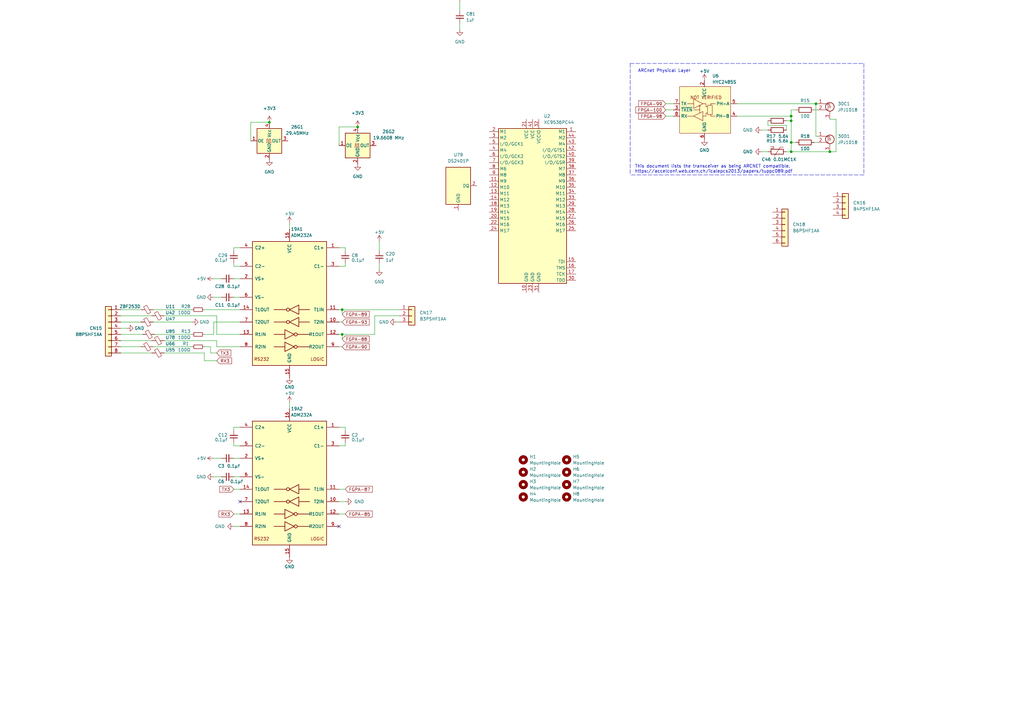
<source format=kicad_sch>
(kicad_sch (version 20211123) (generator eeschema)
  (paper "A3")
  (junction (at 385.445 -144.78))
  (junction (at 385.445 -62.865))
  (junction (at -64.135 66.04))
  (junction (at -95.885 64.77))
  (junction (at 382.905 -21.59))
  (junction (at 97.79 -156.845))
  (junction (at -95.25 97.79))
  (junction (at 250.19 -21.59))
  (junction (at 250.19 -131.445))
  (junction (at -95.25 -11.43))
  (junction (at 250.19 -13.335))
  (junction (at 385.445 -136.525))
  (junction (at 250.19 -5.08))
  (junction (at -95.885 194.31))
  (junction (at -95.25 -13.97))
  (junction (at 252.73 -34.925))
  (junction (at -95.25 -19.05))
  (junction (at -64.77 113.03))
  (junction (at 252.73 -108.585))
  (junction (at 382.905 -131.445))
  (junction (at -64.135 64.77))
  (junction (at 102.87 -147.955))
  (junction (at 252.73 -136.525))
  (junction (at -95.25 102.87))
  (junction (at 385.445 -18.415))
  (junction (at 385.445 -71.12))
  (junction (at 99.06 -136.525))
  (junction (at 340.36 62.23))
  (junction (at 385.445 -116.84))
  (junction (at 382.905 -49.53))
  (junction (at -95.25 100.33))
  (junction (at -64.77 -21.59))
  (junction (at 385.445 -108.585))
  (junction (at -95.25 -26.67))
  (junction (at 382.905 -147.955))
  (junction (at 382.905 -103.505))
  (junction (at 385.445 -54.61))
  (junction (at -95.885 191.77))
  (junction (at -64.135 191.77))
  (junction (at 382.905 -57.785))
  (junction (at 250.19 -29.845))
  (junction (at 250.19 -103.505))
  (junction (at -64.135 69.85))
  (junction (at 131.445 -158.75))
  (junction (at 110.49 50.165))
  (junction (at -64.77 105.41))
  (junction (at 324.485 58.42))
  (junction (at 97.79 -136.525))
  (junction (at 324.485 47.625))
  (junction (at 382.905 -111.76))
  (junction (at -95.25 105.41))
  (junction (at 385.445 -10.16))
  (junction (at 250.19 -139.7))
  (junction (at 250.19 -147.955))
  (junction (at 382.905 -29.845))
  (junction (at 382.905 -120.015))
  (junction (at -95.885 66.04))
  (junction (at -95.25 113.03))
  (junction (at 133.985 -161.29))
  (junction (at 382.905 -66.04))
  (junction (at 385.445 -46.355))
  (junction (at -95.885 67.31))
  (junction (at 252.73 -144.78))
  (junction (at -64.77 110.49))
  (junction (at 385.445 -153.035))
  (junction (at 126.365 -153.67))
  (junction (at 382.905 -5.08))
  (junction (at 382.905 -95.25))
  (junction (at 252.73 -100.33))
  (junction (at -64.77 -11.43))
  (junction (at -95.25 -21.59))
  (junction (at 382.905 -156.21))
  (junction (at 250.19 -156.21))
  (junction (at 324.485 49.53))
  (junction (at 385.445 -26.67))
  (junction (at 140.335 127))
  (junction (at -64.135 67.31))
  (junction (at 324.485 62.23))
  (junction (at 140.335 137.16))
  (junction (at -64.135 190.5))
  (junction (at 252.73 -125.095))
  (junction (at -95.25 -24.13))
  (junction (at 252.73 -116.84))
  (junction (at 100.33 -136.525))
  (junction (at -95.25 110.49))
  (junction (at -64.77 97.79))
  (junction (at 385.445 -125.095))
  (junction (at -95.885 69.85))
  (junction (at -64.77 -26.67))
  (junction (at 252.73 -10.16))
  (junction (at 252.73 -18.415))
  (junction (at 100.33 -152.4))
  (junction (at -64.77 100.33))
  (junction (at 385.445 -161.29))
  (junction (at 382.905 -139.7))
  (junction (at -95.885 189.23))
  (junction (at -64.135 189.23))
  (junction (at 252.73 -153.035))
  (junction (at 252.73 -161.29))
  (junction (at -64.77 -19.05))
  (junction (at 250.19 -111.76))
  (junction (at 128.905 -156.21))
  (junction (at 385.445 -100.33))
  (junction (at -64.77 -13.97))
  (junction (at 250.19 -95.25))
  (junction (at 252.73 -26.67))
  (junction (at 146.685 52.07))
  (junction (at 95.25 -161.29))
  (junction (at 382.905 -41.275))
  (junction (at -64.77 -24.13))
  (junction (at 334.645 42.545))
  (junction (at 382.905 -13.335))
  (junction (at -95.885 190.5))
  (junction (at 385.445 -34.925))
  (junction (at -64.77 102.87))
  (junction (at -64.135 194.31))
  (junction (at 250.19 -120.015))
  (no_connect (at 218.44 -37.465))
  (no_connect (at 215.9 -37.465))
  (no_connect (at 210.82 -37.465))
  (no_connect (at 118.745 -163.83))
  (no_connect (at 121.285 -163.83))
  (no_connect (at 116.205 -163.83))
  (no_connect (at 123.825 -163.83))
  (no_connect (at 123.825 -147.32))
  (no_connect (at 299.085 -138.43))
  (no_connect (at 299.085 -135.89))
  (no_connect (at 299.085 -133.35))
  (no_connect (at 116.205 -147.32))
  (no_connect (at 431.8 -45.72))
  (no_connect (at 139.065 215.9))
  (no_connect (at 121.285 -147.32))
  (no_connect (at 213.36 -37.465))
  (no_connect (at 166.37 -139.7))
  (no_connect (at 177.8 -134.62))
  (no_connect (at 98.425 205.74))
  (no_connect (at 431.8 -48.26))
  (no_connect (at 118.745 -147.32))
  (wire (pts (xy -97.79 143.51) (xy -93.98 143.51)))
  (wire (pts (xy -95.885 62.23) (xy -93.98 62.23)))
  (wire (pts (xy 92.075 -161.29) (xy 95.25 -161.29)))
  (wire (pts (xy 385.445 -100.33) (xy 402.59 -100.33)))
  (wire (pts (xy 397.51 -127.635) (xy 382.905 -127.635)))
  (wire (pts (xy 324.485 62.23) (xy 340.36 62.23)))
  (wire (pts (xy -62.865 36.83) (xy -66.04 36.83)))
  (wire (pts (xy 382.905 -13.335) (xy 385.445 -13.335)))
  (wire (pts (xy 273.05 47.625) (xy 276.225 47.625)))
  (wire (pts (xy 382.905 -49.53) (xy 382.905 -41.275)))
  (wire (pts (xy -95.885 41.91) (xy -93.98 41.91)))
  (wire (pts (xy 201.295 -72.39) (xy 334.645 -72.39)))
  (wire (pts (xy 249.555 -136.525) (xy 252.73 -136.525)))
  (wire (pts (xy 402.59 -140.97) (xy 402.59 -100.33)))
  (wire (pts (xy 207.01 -156.21) (xy 207.01 -85.09)))
  (wire (pts (xy 162.56 132.08) (xy 163.83 132.08)))
  (wire (pts (xy 250.19 -147.955) (xy 252.73 -147.955)))
  (wire (pts (xy 98.425 175.26) (xy 95.885 175.26)))
  (wire (pts (xy 382.905 -29.845) (xy 385.445 -29.845)))
  (wire (pts (xy 99.06 -135.89) (xy 99.06 -136.525)))
  (wire (pts (xy 250.19 -111.76) (xy 252.73 -111.76)))
  (wire (pts (xy 201.295 -78.74) (xy 217.17 -78.74)))
  (wire (pts (xy 338.455 -29.845) (xy 338.455 -60.96)))
  (wire (pts (xy 417.83 -143.51) (xy 401.32 -143.51)))
  (wire (pts (xy -95.25 100.33) (xy -95.25 102.87)))
  (wire (pts (xy -66.04 135.89) (xy -62.23 135.89)))
  (polyline (pts (xy 354.33 26.035) (xy 354.33 71.755)))
  (wire (pts (xy -97.79 19.05) (xy -93.98 19.05)))
  (wire (pts (xy 367.03 -108.585) (xy 348.615 -108.585)))
  (wire (pts (xy 286.385 -161.29) (xy 299.085 -161.29)))
  (wire (pts (xy 102.87 -147.955) (xy 102.87 -142.875)))
  (wire (pts (xy 382.905 -57.785) (xy 382.905 -49.53)))
  (wire (pts (xy 87.63 195.58) (xy 90.805 195.58)))
  (wire (pts (xy 382.27 -54.61) (xy 385.445 -54.61)))
  (wire (pts (xy 63.5 -147.955) (xy 63.5 -144.78)))
  (wire (pts (xy -97.79 130.81) (xy -93.98 130.81)))
  (wire (pts (xy 400.05 -55.88) (xy 400.05 -26.67)))
  (wire (pts (xy -64.77 -24.13) (xy -64.77 -21.59)))
  (wire (pts (xy -64.77 105.41) (xy -64.77 107.95)))
  (wire (pts (xy 367.03 -95.25) (xy 339.725 -95.25)))
  (wire (pts (xy 249.555 -116.84) (xy 252.73 -116.84)))
  (wire (pts (xy 382.905 -120.015) (xy 382.905 -111.76)))
  (wire (pts (xy 394.97 -144.78) (xy 385.445 -144.78)))
  (polyline (pts (xy -111.76 -38.1) (xy -47.625 -38.1)))
  (wire (pts (xy -97.79 8.89) (xy -93.98 8.89)))
  (wire (pts (xy -66.04 115.57) (xy -64.77 115.57)))
  (wire (pts (xy -95.25 -11.43) (xy -95.25 -13.97)))
  (wire (pts (xy 166.37 -158.75) (xy 174.625 -158.75)))
  (wire (pts (xy 335.28 42.545) (xy 334.645 42.545)))
  (wire (pts (xy 353.695 -46.355) (xy 367.03 -46.355)))
  (wire (pts (xy -66.04 59.69) (xy -62.23 59.69)))
  (wire (pts (xy 226.06 -26.67) (xy 234.315 -26.67)))
  (wire (pts (xy 201.295 -71.12) (xy 335.915 -71.12)))
  (wire (pts (xy 286.385 -34.925) (xy 299.085 -34.925)))
  (wire (pts (xy -95.885 171.45) (xy -93.98 171.45)))
  (wire (pts (xy -97.79 26.67) (xy -93.98 26.67)))
  (wire (pts (xy -95.25 -19.05) (xy -93.98 -19.05)))
  (wire (pts (xy 382.905 -21.59) (xy 385.445 -21.59)))
  (wire (pts (xy 382.905 -103.505) (xy 385.445 -103.505)))
  (wire (pts (xy 382.27 -116.84) (xy 385.445 -116.84)))
  (wire (pts (xy 396.24 -153.67) (xy 396.24 -136.525)))
  (wire (pts (xy 353.695 -73.66) (xy 353.695 -46.355)))
  (wire (pts (xy 290.195 -143.51) (xy 299.085 -143.51)))
  (wire (pts (xy 382.905 -73.66) (xy 418.465 -73.66)))
  (wire (pts (xy 201.295 -76.2) (xy 330.835 -76.2)))
  (wire (pts (xy -97.155 49.53) (xy -93.98 49.53)))
  (wire (pts (xy 88.9 147.955) (xy 83.82 147.955)))
  (wire (pts (xy 249.555 -29.845) (xy 250.19 -29.845)))
  (wire (pts (xy 385.445 -18.415) (xy 401.32 -18.415)))
  (wire (pts (xy -95.25 -13.97) (xy -93.98 -13.97)))
  (wire (pts (xy 234.315 -103.505) (xy 217.17 -103.505)))
  (wire (pts (xy -95.25 -19.05) (xy -95.25 -16.51)))
  (wire (pts (xy -95.25 -16.51) (xy -93.98 -16.51)))
  (wire (pts (xy 419.1 -66.04) (xy 431.8 -66.04)))
  (wire (pts (xy 382.905 -111.76) (xy 382.905 -103.505)))
  (wire (pts (xy -95.885 166.37) (xy -93.98 166.37)))
  (wire (pts (xy 417.83 -63.5) (xy 396.24 -63.5)))
  (wire (pts (xy -66.04 3.81) (xy -62.23 3.81)))
  (wire (pts (xy -66.04 133.35) (xy -62.23 133.35)))
  (wire (pts (xy -64.77 -19.05) (xy -64.77 -16.51)))
  (wire (pts (xy -97.155 173.99) (xy -93.98 173.99)))
  (wire (pts (xy 133.985 -161.29) (xy 156.845 -161.29)))
  (wire (pts (xy 249.555 -13.335) (xy 250.19 -13.335)))
  (wire (pts (xy -95.25 105.41) (xy -95.25 107.95)))
  (wire (pts (xy -64.77 97.79) (xy -64.77 100.33)))
  (wire (pts (xy 249.555 -21.59) (xy 250.19 -21.59)))
  (wire (pts (xy 385.445 -10.16) (xy 402.59 -10.16)))
  (wire (pts (xy -97.79 29.21) (xy -93.98 29.21)))
  (wire (pts (xy 250.19 -37.465) (xy 285.75 -37.465)))
  (wire (pts (xy 414.02 -55.88) (xy 400.05 -55.88)))
  (wire (pts (xy 78.74 132.08) (xy 62.865 132.08)))
  (wire (pts (xy 62.23 -152.4) (xy 62.23 -144.78)))
  (wire (pts (xy -64.135 52.07) (xy -66.04 52.07)))
  (wire (pts (xy 200.025 -175.26) (xy 200.025 -171.45)))
  (wire (pts (xy -64.135 186.69) (xy -66.04 186.69)))
  (wire (pts (xy 414.02 -66.04) (xy 394.97 -66.04)))
  (wire (pts (xy 249.555 -100.33) (xy 252.73 -100.33)))
  (wire (pts (xy 418.465 -148.59) (xy 398.78 -148.59)))
  (wire (pts (xy 401.32 -143.51) (xy 401.32 -108.585)))
  (wire (pts (xy 367.03 -125.095) (xy 343.535 -125.095)))
  (wire (pts (xy 382.27 -125.095) (xy 385.445 -125.095)))
  (wire (pts (xy 87.63 121.92) (xy 90.805 121.92)))
  (wire (pts (xy -95.885 186.69) (xy -93.98 186.69)))
  (wire (pts (xy -66.04 158.75) (xy -62.865 158.75)))
  (wire (pts (xy -64.77 -26.67) (xy -64.77 -24.13)))
  (wire (pts (xy 260.985 -32.385) (xy 260.985 -26.67)))
  (wire (pts (xy 78.74 137.16) (xy 63.5 137.16)))
  (wire (pts (xy 281.305 -140.97) (xy 269.875 -140.97)))
  (wire (pts (xy -95.885 54.61) (xy -93.98 54.61)))
  (wire (pts (xy 422.91 -63.5) (xy 431.8 -63.5)))
  (wire (pts (xy -97.79 3.81) (xy -93.98 3.81)))
  (wire (pts (xy 281.305 -146.05) (xy 267.335 -146.05)))
  (wire (pts (xy 204.47 -13.335) (xy 234.315 -13.335)))
  (wire (pts (xy -95.885 52.07) (xy -93.98 52.07)))
  (wire (pts (xy 201.295 -52.07) (xy 203.2 -52.07)))
  (wire (pts (xy 367.03 -116.84) (xy 346.075 -116.84)))
  (wire (pts (xy -64.135 194.31) (xy -64.135 191.77)))
  (wire (pts (xy 139.065 205.74) (xy 141.605 205.74)))
  (wire (pts (xy -66.04 -8.89) (xy -64.77 -8.89)))
  (wire (pts (xy -66.04 143.51) (xy -62.23 143.51)))
  (wire (pts (xy 98.425 182.88) (xy 95.885 182.88)))
  (wire (pts (xy 95.885 107.95) (xy 95.885 109.22)))
  (wire (pts (xy 201.295 -80.01) (xy 214.63 -80.01)))
  (wire (pts (xy 92.075 -152.4) (xy 100.33 -152.4)))
  (wire (pts (xy 207.01 -29.845) (xy 234.315 -29.845)))
  (wire (pts (xy -66.04 118.11) (xy -62.23 118.11)))
  (wire (pts (xy 423.545 -148.59) (xy 431.8 -148.59)))
  (wire (pts (xy 250.19 -29.845) (xy 250.19 -37.465)))
  (wire (pts (xy -98.425 190.5) (xy -95.885 190.5)))
  (wire (pts (xy 87.63 132.08) (xy 98.425 132.08)))
  (wire (pts (xy 165.735 -148.59) (xy 174.625 -148.59)))
  (wire (pts (xy -97.79 125.73) (xy -93.98 125.73)))
  (wire (pts (xy -64.77 100.33) (xy -66.04 100.33)))
  (wire (pts (xy 334.645 -131.445) (xy 334.645 -72.39)))
  (wire (pts (xy 385.445 -116.84) (xy 400.05 -116.84)))
  (wire (pts (xy 285.75 -148.59) (xy 266.065 -148.59)))
  (wire (pts (xy -95.25 -11.43) (xy -93.98 -11.43)))
  (wire (pts (xy 422.91 -153.67) (xy 431.8 -153.67)))
  (wire (pts (xy 57.785 142.24) (xy 49.53 142.24)))
  (wire (pts (xy 382.905 -66.04) (xy 382.905 -73.66)))
  (wire (pts (xy 260.985 -158.75) (xy 260.985 -153.035)))
  (wire (pts (xy 367.03 -29.845) (xy 338.455 -29.845)))
  (wire (pts (xy 250.19 -131.445) (xy 252.73 -131.445)))
  (wire (pts (xy -95.885 69.85) (xy -95.885 67.31)))
  (wire (pts (xy 353.695 -163.83) (xy 353.695 -136.525)))
  (wire (pts (xy 166.37 -163.83) (xy 174.625 -163.83)))
  (wire (pts (xy 252.73 -161.29) (xy 281.305 -161.29)))
  (wire (pts (xy 382.27 -161.29) (xy 385.445 -161.29)))
  (wire (pts (xy 356.235 -144.78) (xy 367.03 -144.78)))
  (wire (pts (xy 393.7 -158.75) (xy 418.465 -158.75)))
  (wire (pts (xy 201.295 -60.96) (xy 338.455 -60.96)))
  (wire (pts (xy 98.425 109.22) (xy 95.885 109.22)))
  (wire (pts (xy -66.04 34.29) (xy -62.865 34.29)))
  (wire (pts (xy -66.04 6.35) (xy -62.23 6.35)))
  (wire (pts (xy 226.06 -153.035) (xy 234.315 -153.035)))
  (wire (pts (xy -64.77 105.41) (xy -66.04 105.41)))
  (wire (pts (xy 367.03 -156.21) (xy 330.835 -156.21)))
  (wire (pts (xy -95.885 69.85) (xy -93.98 69.85)))
  (wire (pts (xy 267.335 -146.05) (xy 267.335 -116.84)))
  (wire (pts (xy 290.83 -37.465) (xy 299.085 -37.465)))
  (wire (pts (xy 302.26 42.545) (xy 334.645 42.545)))
  (wire (pts (xy 335.915 -58.42) (xy 335.915 -13.335)))
  (wire (pts (xy -66.04 196.85) (xy -64.135 196.85)))
  (wire (pts (xy 356.235 -73.66) (xy 356.235 -54.61)))
  (wire (pts (xy 57.785 127) (xy 49.53 127)))
  (wire (pts (xy 97.79 -158.75) (xy 97.79 -156.845)))
  (wire (pts (xy 419.1 -60.96) (xy 431.8 -60.96)))
  (wire (pts (xy -97.79 -6.35) (xy -93.98 -6.35)))
  (wire (pts (xy 382.905 -5.08) (xy 385.445 -5.08)))
  (wire (pts (xy 249.555 -120.015) (xy 250.19 -120.015)))
  (wire (pts (xy 385.445 -108.585) (xy 401.32 -108.585)))
  (wire (pts (xy 201.295 -74.93) (xy 332.105 -74.93)))
  (wire (pts (xy 419.1 -161.29) (xy 431.8 -161.29)))
  (wire (pts (xy 234.315 -120.015) (xy 212.09 -120.015)))
  (wire (pts (xy 95.885 114.3) (xy 98.425 114.3)))
  (wire (pts (xy 249.555 -144.78) (xy 252.73 -144.78)))
  (wire (pts (xy -66.04 146.05) (xy -62.23 146.05)))
  (wire (pts (xy -95.25 -21.59) (xy -95.25 -19.05)))
  (wire (pts (xy 213.36 -116.84) (xy 213.36 -163.83)))
  (wire (pts (xy 398.78 -58.42) (xy 398.78 -34.925)))
  (wire (pts (xy -97.79 -3.81) (xy -93.98 -3.81)))
  (wire (pts (xy 133.985 -163.83) (xy 133.985 -161.29)))
  (wire (pts (xy 139.065 132.08) (xy 140.335 132.08)))
  (wire (pts (xy 95.885 187.96) (xy 98.425 187.96)))
  (wire (pts (xy 382.905 -120.015) (xy 385.445 -120.015)))
  (wire (pts (xy 262.255 -29.845) (xy 262.255 -18.415)))
  (wire (pts (xy 215.9 -108.585) (xy 215.9 -163.83)))
  (wire (pts (xy -97.79 21.59) (xy -93.98 21.59)))
  (wire (pts (xy -97.155 57.15) (xy -93.98 57.15)))
  (wire (pts (xy 393.7 -153.035) (xy 385.445 -153.035)))
  (wire (pts (xy 188.595 0.635) (xy 188.595 4.445)))
  (wire (pts (xy 146.685 52.07) (xy 139.065 52.07)))
  (wire (pts (xy 382.27 -62.865) (xy 385.445 -62.865)))
  (wire (pts (xy -64.77 -19.05) (xy -66.04 -19.05)))
  (wire (pts (xy 382.27 -29.845) (xy 382.905 -29.845)))
  (wire (pts (xy 99.06 -136.525) (xy 97.79 -136.525)))
  (wire (pts (xy 65.405 -147.955) (xy 63.5 -147.955)))
  (wire (pts (xy 112.395 -153.67) (xy 126.365 -153.67)))
  (wire (pts (xy 418.465 -58.42) (xy 398.78 -58.42)))
  (wire (pts (xy 252.73 -100.33) (xy 269.875 -100.33)))
  (wire (pts (xy 346.075 -26.67) (xy 346.075 -73.66)))
  (wire (pts (xy 112.395 -156.21) (xy 128.905 -156.21)))
  (wire (pts (xy 218.44 -100.33) (xy 234.315 -100.33)))
  (wire (pts (xy 382.905 -139.7) (xy 382.905 -131.445)))
  (wire (pts (xy 393.7 -158.75) (xy 393.7 -153.035)))
  (wire (pts (xy 290.195 -27.305) (xy 299.085 -27.305)))
  (wire (pts (xy 62.23 129.54) (xy 49.53 129.54)))
  (wire (pts (xy 382.27 -41.275) (xy 382.905 -41.275)))
  (wire (pts (xy -95.25 115.57) (xy -95.25 113.03)))
  (wire (pts (xy 218.44 -95.25) (xy 218.44 -77.47)))
  (wire (pts (xy 62.23 139.7) (xy 49.53 139.7)))
  (wire (pts (xy 382.27 -66.04) (xy 382.905 -66.04)))
  (wire (pts (xy 208.28 -147.955) (xy 234.315 -147.955)))
  (wire (pts (xy -64.77 113.03) (xy -64.77 110.49)))
  (wire (pts (xy 286.385 -156.21) (xy 299.085 -156.21)))
  (wire (pts (xy 314.96 51.435) (xy 322.58 51.435)))
  (wire (pts (xy 382.27 -111.76) (xy 382.905 -111.76)))
  (wire (pts (xy 286.385 -151.13) (xy 299.085 -151.13)))
  (wire (pts (xy 201.295 -63.5) (xy 340.995 -63.5)))
  (wire (pts (xy -64.77 107.95) (xy -66.04 107.95)))
  (wire (pts (xy 131.445 -158.75) (xy 131.445 -147.32)))
  (wire (pts (xy 423.545 -58.42) (xy 431.8 -58.42)))
  (wire (pts (xy -66.04 140.97) (xy -62.23 140.97)))
  (wire (pts (xy 385.445 -125.095) (xy 398.78 -125.095)))
  (wire (pts (xy -66.04 125.73) (xy -62.23 125.73)))
  (wire (pts (xy -95.25 110.49) (xy -93.98 110.49)))
  (wire (pts (xy 234.315 -108.585) (xy 215.9 -108.585)))
  (wire (pts (xy 382.27 -49.53) (xy 382.905 -49.53)))
  (wire (pts (xy -97.79 1.27) (xy -93.98 1.27)))
  (wire (pts (xy -97.155 34.29) (xy -93.98 34.29)))
  (wire (pts (xy 250.19 -13.335) (xy 250.19 -5.08)))
  (wire (pts (xy 97.79 -156.845) (xy 97.79 -142.875)))
  (wire (pts (xy 285.115 -143.51) (xy 268.605 -143.51)))
  (wire (pts (xy 141.605 101.6) (xy 141.605 102.87)))
  (wire (pts (xy 102.87 -137.795) (xy 102.87 -136.525)))
  (polyline (pts (xy -47.625 80.01) (xy -47.625 -38.1)))
  (wire (pts (xy 201.295 -58.42) (xy 335.915 -58.42)))
  (wire (pts (xy 201.295 -59.69) (xy 337.185 -59.69)))
  (wire (pts (xy 203.2 -52.07) (xy 203.2 -5.08)))
  (wire (pts (xy -64.77 97.79) (xy -66.04 97.79)))
  (wire (pts (xy 139.065 101.6) (xy 141.605 101.6)))
  (wire (pts (xy 423.545 -73.66) (xy 431.8 -73.66)))
  (wire (pts (xy -64.135 64.77) (xy -66.04 64.77)))
  (wire (pts (xy 226.06 -37.465) (xy 226.06 -26.67)))
  (wire (pts (xy 382.27 -103.505) (xy 382.905 -103.505)))
  (wire (pts (xy -95.885 196.85) (xy -95.885 194.31)))
  (wire (pts (xy -95.885 66.04) (xy -95.885 64.77)))
  (polyline (pts (xy 258.445 26.035) (xy 354.33 26.035)))
  (wire (pts (xy -97.155 36.83) (xy -93.98 36.83)))
  (wire (pts (xy -95.885 64.77) (xy -93.98 64.77)))
  (wire (pts (xy 126.365 -163.83) (xy 126.365 -153.67)))
  (polyline (pts (xy -111.76 80.01) (xy -47.625 80.01)))
  (wire (pts (xy 249.555 -156.21) (xy 250.19 -156.21)))
  (wire (pts (xy 396.24 -63.5) (xy 396.24 -46.355)))
  (wire (pts (xy 290.195 -153.67) (xy 299.085 -153.67)))
  (wire (pts (xy 249.555 -103.505) (xy 250.19 -103.505)))
  (wire (pts (xy 83.82 147.955) (xy 83.82 144.78)))
  (wire (pts (xy -95.885 64.77) (xy -95.885 62.23)))
  (wire (pts (xy 358.775 -153.035) (xy 367.03 -153.035)))
  (wire (pts (xy 343.535 -125.095) (xy 343.535 -163.83)))
  (wire (pts (xy 382.27 -120.015) (xy 382.905 -120.015)))
  (wire (pts (xy 88.9 137.16) (xy 98.425 137.16)))
  (wire (pts (xy 249.555 -111.76) (xy 250.19 -111.76)))
  (wire (pts (xy 337.185 -111.76) (xy 367.03 -111.76)))
  (wire (pts (xy 95.885 215.9) (xy 98.425 215.9)))
  (wire (pts (xy -95.25 -26.67) (xy -93.98 -26.67)))
  (wire (pts (xy 80.645 -147.955) (xy 102.87 -147.955)))
  (wire (pts (xy 367.03 -26.67) (xy 346.075 -26.67)))
  (wire (pts (xy 348.615 -108.585) (xy 348.615 -163.83)))
  (wire (pts (xy 382.27 -95.25) (xy 382.905 -95.25)))
  (wire (pts (xy 417.83 -153.67) (xy 396.24 -153.67)))
  (wire (pts (xy 252.73 -116.84) (xy 267.335 -116.84)))
  (wire (pts (xy -64.77 -26.67) (xy -66.04 -26.67)))
  (wire (pts (xy 102.87 -153.67) (xy 102.87 -147.955)))
  (wire (pts (xy 250.19 -111.76) (xy 250.19 -103.505)))
  (wire (pts (xy 252.73 -34.925) (xy 281.305 -34.925)))
  (wire (pts (xy 335.915 -120.015) (xy 367.03 -120.015)))
  (wire (pts (xy 223.52 -163.83) (xy 223.52 -144.78)))
  (wire (pts (xy 126.365 -153.67) (xy 126.365 -147.32)))
  (wire (pts (xy 262.255 -156.21) (xy 262.255 -144.78)))
  (wire (pts (xy 343.535 -34.925) (xy 343.535 -73.66)))
  (wire (pts (xy -95.25 -29.21) (xy -95.25 -26.67)))
  (wire (pts (xy 95.25 -161.29) (xy 107.315 -161.29)))
  (wire (pts (xy 312.42 53.34) (xy 314.96 53.34)))
  (wire (pts (xy 95.885 101.6) (xy 95.885 102.87)))
  (wire (pts (xy 212.09 -120.015) (xy 212.09 -81.28)))
  (wire (pts (xy 382.905 -156.21) (xy 385.445 -156.21)))
  (wire (pts (xy -66.04 16.51) (xy -62.23 16.51)))
  (wire (pts (xy 402.59 -50.8) (xy 402.59 -10.16)))
  (wire (pts (xy -64.77 -21.59) (xy -64.77 -19.05)))
  (wire (pts (xy -66.04 -3.81) (xy -62.23 -3.81)))
  (wire (pts (xy 83.82 142.24) (xy 86.36 142.24)))
  (wire (pts (xy 382.905 -13.335) (xy 382.905 -5.08)))
  (wire (pts (xy 223.52 -144.78) (xy 234.315 -144.78)))
  (wire (pts (xy 322.58 49.53) (xy 324.485 49.53)))
  (wire (pts (xy -95.25 -24.13) (xy -93.98 -24.13)))
  (wire (pts (xy 339.725 -41.275) (xy 339.725 -62.23)))
  (wire (pts (xy 382.27 -144.78) (xy 385.445 -144.78)))
  (wire (pts (xy 87.63 187.96) (xy 90.805 187.96)))
  (wire (pts (xy 201.295 -57.15) (xy 334.645 -57.15)))
  (wire (pts (xy -95.885 179.07) (xy -93.98 179.07)))
  (wire (pts (xy 361.315 -71.12) (xy 367.03 -71.12)))
  (wire (pts (xy 262.255 -18.415) (xy 252.73 -18.415)))
  (wire (pts (xy -64.135 181.61) (xy -66.04 181.61)))
  (wire (pts (xy 52.07 134.62) (xy 49.53 134.62)))
  (wire (pts (xy -64.135 62.23) (xy -66.04 62.23)))
  (wire (pts (xy 382.905 -103.505) (xy 382.905 -95.25)))
  (wire (pts (xy 260.985 -32.385) (xy 285.75 -32.385)))
  (wire (pts (xy 358.775 -163.83) (xy 358.775 -153.035)))
  (wire (pts (xy 249.555 -131.445) (xy 250.19 -131.445)))
  (wire (pts (xy 419.1 -156.21) (xy 431.8 -156.21)))
  (wire (pts (xy 382.905 -57.785) (xy 385.445 -57.785)))
  (wire (pts (xy 95.885 121.92) (xy 98.425 121.92)))
  (wire (pts (xy 250.19 -156.21) (xy 252.73 -156.21)))
  (wire (pts (xy -95.25 100.33) (xy -93.98 100.33)))
  (wire (pts (xy 396.24 -136.525) (xy 385.445 -136.525)))
  (wire (pts (xy 423.545 -163.83) (xy 431.8 -163.83)))
  (wire (pts (xy 128.905 -156.21) (xy 128.905 -147.32)))
  (wire (pts (xy 269.875 -140.97) (xy 269.875 -100.33)))
  (wire (pts (xy 249.555 -108.585) (xy 252.73 -108.585)))
  (wire (pts (xy 234.315 -131.445) (xy 209.55 -131.445)))
  (wire (pts (xy 250.19 -103.505) (xy 250.19 -95.25)))
  (wire (pts (xy -64.77 -16.51) (xy -66.04 -16.51)))
  (wire (pts (xy 139.065 52.07) (xy 139.065 59.69)))
  (wire (pts (xy 228.6 -161.29) (xy 234.315 -161.29)))
  (wire (pts (xy 351.155 -10.16) (xy 367.03 -10.16)))
  (wire (pts (xy 382.27 -153.035) (xy 385.445 -153.035)))
  (wire (pts (xy 396.24 -46.355) (xy 385.445 -46.355)))
  (wire (pts (xy 201.295 -69.85) (xy 337.185 -69.85)))
  (wire (pts (xy 201.295 -68.58) (xy 338.455 -68.58)))
  (wire (pts (xy 249.555 -125.095) (xy 252.73 -125.095)))
  (wire (pts (xy 200.025 -166.37) (xy 200.025 -163.83)))
  (wire (pts (xy 67.31 129.54) (xy 88.9 129.54)))
  (wire (pts (xy 250.19 -139.7) (xy 252.73 -139.7)))
  (wire (pts (xy 348.615 -18.415) (xy 348.615 -73.66)))
  (wire (pts (xy 382.905 -147.955) (xy 382.905 -139.7)))
  (wire (pts (xy -64.135 72.39) (xy -64.135 69.85)))
  (wire (pts (xy 149.86 -107.315) (xy 149.86 -104.775)))
  (wire (pts (xy 250.19 -120.015) (xy 250.19 -111.76)))
  (wire (pts (xy -97.79 13.97) (xy -93.98 13.97)))
  (wire (pts (xy 393.7 -68.58) (xy 393.7 -62.865)))
  (wire (pts (xy 340.995 -49.53) (xy 340.995 -63.5)))
  (wire (pts (xy -66.04 120.65) (xy -62.23 120.65)))
  (wire (pts (xy 95.885 210.82) (xy 98.425 210.82)))
  (wire (pts (xy 67.31 139.7) (xy 88.9 139.7)))
  (wire (pts (xy 382.27 -21.59) (xy 382.905 -21.59)))
  (wire (pts (xy 128.905 -163.83) (xy 128.905 -156.21)))
  (wire (pts (xy 141.605 175.26) (xy 141.605 176.53)))
  (wire (pts (xy -64.135 67.31) (xy -64.135 66.04)))
  (wire (pts (xy -62.865 173.99) (xy -66.04 173.99)))
  (wire (pts (xy -64.135 46.99) (xy -66.04 46.99)))
  (wire (pts (xy -64.135 189.23) (xy -66.04 189.23)))
  (wire (pts (xy 401.32 -53.34) (xy 401.32 -18.415)))
  (wire (pts (xy 367.03 -18.415) (xy 348.615 -18.415)))
  (wire (pts (xy -95.25 -8.89) (xy -95.25 -11.43)))
  (wire (pts (xy -62.23 148.59) (xy -66.04 148.59)))
  (wire (pts (xy 220.98 -37.465) (xy 220.98 -10.16)))
  (wire (pts (xy 382.905 -21.59) (xy 382.905 -13.335)))
  (wire (pts (xy 250.19 -95.25) (xy 252.73 -95.25)))
  (wire (pts (xy -64.135 57.15) (xy -66.04 57.15)))
  (wire (pts (xy -64.135 189.23) (xy -64.135 186.69)))
  (wire (pts (xy -64.77 -13.97) (xy -66.04 -13.97)))
  (wire (pts (xy -64.77 110.49) (xy -66.04 110.49)))
  (wire (pts (xy 249.555 -153.035) (xy 252.73 -153.035)))
  (wire (pts (xy -95.885 191.77) (xy -95.885 190.5)))
  (wire (pts (xy -97.79 138.43) (xy -93.98 138.43)))
  (wire (pts (xy 382.27 -156.21) (xy 382.905 -156.21)))
  (wire (pts (xy 204.47 -53.34) (xy 204.47 -13.335)))
  (wire (pts (xy -93.98 115.57) (xy -95.25 115.57)))
  (wire (pts (xy -95.885 190.5) (xy -95.885 189.23)))
  (wire (pts (xy -62.23 151.13) (xy -66.04 151.13)))
  (wire (pts (xy -66.04 11.43) (xy -62.23 11.43)))
  (wire (pts (xy 234.315 -125.095) (xy 210.82 -125.095)))
  (wire (pts (xy 382.905 -49.53) (xy 385.445 -49.53)))
  (wire (pts (xy 110.49 50.165) (xy 102.87 50.165)))
  (wire (pts (xy -64.135 69.85) (xy -64.135 67.31)))
  (wire (pts (xy 153.67 137.16) (xy 153.67 129.54)))
  (wire (pts (xy 133.985 -147.32) (xy 133.985 -161.29)))
  (wire (pts (xy 382.27 -10.16) (xy 385.445 -10.16)))
  (wire (pts (xy -66.04 19.05) (xy -62.23 19.05)))
  (wire (pts (xy -66.04 128.27) (xy -62.23 128.27)))
  (wire (pts (xy 262.255 -144.78) (xy 252.73 -144.78)))
  (wire (pts (xy 419.1 -146.05) (xy 431.8 -146.05)))
  (wire (pts (xy 356.235 -163.83) (xy 356.235 -144.78)))
  (wire (pts (xy -95.885 189.23) (xy -95.885 186.69)))
  (wire (pts (xy -66.04 1.27) (xy -62.23 1.27)))
  (wire (pts (xy 95.885 181.61) (xy 95.885 182.88)))
  (wire (pts (xy 333.375 -139.7) (xy 367.03 -139.7)))
  (wire (pts (xy 62.23 144.78) (xy 49.53 144.78)))
  (wire (pts (xy -64.135 64.77) (xy -64.135 62.23)))
  (wire (pts (xy 314.96 49.53) (xy 314.96 51.435)))
  (wire (pts (xy 342.265 -57.785) (xy 342.265 -64.77)))
  (wire (pts (xy 332.105 -147.955) (xy 367.03 -147.955)))
  (wire (pts (xy -97.79 146.05) (xy -93.98 146.05)))
  (wire (pts (xy 223.52 -37.465) (xy 223.52 -18.415)))
  (wire (pts (xy -95.25 95.25) (xy -95.25 97.79)))
  (wire (pts (xy -62.23 153.67) (xy -66.04 153.67)))
  (wire (pts (xy 353.695 -136.525) (xy 367.03 -136.525)))
  (wire (pts (xy 263.525 -136.525) (xy 252.73 -136.525)))
  (wire (pts (xy 201.295 -83.82) (xy 208.28 -83.82)))
  (wire (pts (xy 414.02 -146.05) (xy 400.05 -146.05)))
  (wire (pts (xy 112.395 -158.75) (xy 131.445 -158.75)))
  (wire (pts (xy 382.27 -26.67) (xy 385.445 -26.67)))
  (wire (pts (xy 351.155 -100.33) (xy 367.03 -100.33)))
  (wire (pts (xy 266.065 -148.59) (xy 266.065 -125.095)))
  (wire (pts (xy 340.36 48.895) (xy 342.9 48.895)))
  (wire (pts (xy -95.885 72.39) (xy -95.885 69.85)))
  (wire (pts (xy 382.905 -120.015) (xy 382.905 -127.635)))
  (wire (pts (xy 201.295 -64.77) (xy 342.265 -64.77)))
  (wire (pts (xy 201.295 -82.55) (xy 209.55 -82.55)))
  (wire (pts (xy -64.77 95.25) (xy -64.77 97.79)))
  (wire (pts (xy 281.305 -156.21) (xy 262.255 -156.21)))
  (wire (pts (xy -62.23 26.67) (xy -66.04 26.67)))
  (wire (pts (xy 382.27 -46.355) (xy 385.445 -46.355)))
  (wire (pts (xy -95.25 105.41) (xy -93.98 105.41)))
  (wire (pts (xy -64.77 -21.59) (xy -66.04 -21.59)))
  (wire (pts (xy -64.135 67.31) (xy -66.04 67.31)))
  (wire (pts (xy 286.385 -146.05) (xy 299.085 -146.05)))
  (wire (pts (xy 59.69 -161.29) (xy 59.69 -144.78)))
  (wire (pts (xy 131.445 -158.75) (xy 161.29 -158.75)))
  (wire (pts (xy -66.04 123.19) (xy -62.23 123.19)))
  (wire (pts (xy -64.135 191.77) (xy -64.135 190.5)))
  (wire (pts (xy 367.03 -5.08) (xy 334.645 -5.08)))
  (wire (pts (xy -64.77 113.03) (xy -66.04 113.03)))
  (wire (pts (xy 382.905 -41.275) (xy 385.445 -41.275)))
  (wire (pts (xy -62.23 31.75) (xy -66.04 31.75)))
  (wire (pts (xy 385.445 -71.12) (xy 414.02 -71.12)))
  (wire (pts (xy -95.25 -24.13) (xy -95.25 -21.59)))
  (wire (pts (xy 153.67 129.54) (xy 163.83 129.54)))
  (wire (pts (xy -62.865 168.91) (xy -66.04 168.91)))
  (wire (pts (xy 382.27 -100.33) (xy 385.445 -100.33)))
  (wire (pts (xy 58.42 137.16) (xy 49.53 137.16)))
  (wire (pts (xy 151.13 -151.13) (xy 156.845 -151.13)))
  (wire (pts (xy 290.83 -148.59) (xy 299.085 -148.59)))
  (wire (pts (xy 285.115 -153.67) (xy 263.525 -153.67)))
  (polyline (pts (xy 258.445 26.035) (xy 258.445 71.755)))
  (wire (pts (xy 139.065 127) (xy 140.335 127)))
  (wire (pts (xy 155.575 107.95) (xy 155.575 110.49)))
  (wire (pts (xy 400.05 -146.05) (xy 400.05 -116.84)))
  (wire (pts (xy 67.31 144.78) (xy 83.82 144.78)))
  (wire (pts (xy 131.445 -158.75) (xy 131.445 -163.83)))
  (wire (pts (xy -62.23 156.21) (xy -66.04 156.21)))
  (wire (pts (xy 250.19 -120.015) (xy 252.73 -120.015)))
  (wire (pts (xy 218.44 -95.25) (xy 234.315 -95.25)))
  (wire (pts (xy -64.135 166.37) (xy -66.04 166.37)))
  (wire (pts (xy -64.77 -11.43) (xy -64.77 -13.97)))
  (wire (pts (xy 264.795 -127.635) (xy 250.19 -127.635)))
  (wire (pts (xy -64.77 100.33) (xy -64.77 102.87)))
  (wire (pts (xy 140.335 137.16) (xy 153.67 137.16)))
  (wire (pts (xy 95.25 -136.525) (xy 95.25 -137.795)))
  (wire (pts (xy 234.315 -111.76) (xy 214.63 -111.76)))
  (wire (pts (xy 98.425 101.6) (xy 95.885 101.6)))
  (wire (pts (xy 382.905 -111.76) (xy 385.445 -111.76)))
  (wire (pts (xy -64.135 66.04) (xy -64.135 64.77)))
  (wire (pts (xy -64.135 190.5) (xy -64.135 189.23)))
  (wire (pts (xy -64.135 196.85) (xy -64.135 194.31)))
  (wire (pts (xy 100.33 -152.4) (xy 100.33 -142.875)))
  (wire (pts (xy -64.77 102.87) (xy -64.77 105.41)))
  (wire (pts (xy 228.6 -163.83) (xy 228.6 -161.29)))
  (wire (pts (xy -97.79 -13.97) (xy -95.25 -13.97)))
  (wire (pts (xy 141.605 181.61) (xy 141.605 182.88)))
  (wire (pts (xy 322.58 62.23) (xy 324.485 62.23)))
  (wire (pts (xy 217.17 -103.505) (xy 217.17 -78.74)))
  (wire (pts (xy 97.79 -158.75) (xy 107.315 -158.75)))
  (wire (pts (xy 250.19 -156.21) (xy 250.19 -147.955)))
  (wire (pts (xy -97.79 6.35) (xy -93.98 6.35)))
  (wire (pts (xy 214.63 -111.76) (xy 214.63 -80.01)))
  (wire (pts (xy 290.83 -163.83) (xy 299.085 -163.83)))
  (wire (pts (xy -97.155 158.75) (xy -93.98 158.75)))
  (wire (pts (xy -95.885 189.23) (xy -93.98 189.23)))
  (wire (pts (xy 382.27 -5.08) (xy 382.905 -5.08)))
  (wire (pts (xy 382.27 -131.445) (xy 382.905 -131.445)))
  (wire (pts (xy 140.335 127) (xy 140.335 128.905)))
  (wire (pts (xy 367.03 -13.335) (xy 335.915 -13.335)))
  (wire (pts (xy -62.23 29.21) (xy -66.04 29.21)))
  (wire (pts (xy -62.23 110.49) (xy -64.77 110.49)))
  (wire (pts (xy 149.86 -116.205) (xy 149.86 -112.395)))
  (wire (pts (xy 302.26 47.625) (xy 324.485 47.625)))
  (wire (pts (xy -66.04 -6.35) (xy -62.23 -6.35)))
  (wire (pts (xy -97.79 118.11) (xy -93.98 118.11)))
  (wire (pts (xy 249.555 -161.29) (xy 252.73 -161.29)))
  (wire (pts (xy 188.595 9.525) (xy 188.595 12.065)))
  (wire (pts (xy -97.155 181.61) (xy -93.98 181.61)))
  (wire (pts (xy 382.905 -139.7) (xy 385.445 -139.7)))
  (wire (pts (xy -95.25 97.79) (xy -93.98 97.79)))
  (wire (pts (xy 249.555 -5.08) (xy 250.19 -5.08)))
  (wire (pts (xy -95.25 107.95) (xy -93.98 107.95)))
  (wire (pts (xy -62.865 161.29) (xy -66.04 161.29)))
  (wire (pts (xy 273.05 45.085) (xy 276.225 45.085)))
  (wire (pts (xy -97.79 24.13) (xy -93.98 24.13)))
  (wire (pts (xy 382.27 -139.7) (xy 382.905 -139.7)))
  (wire (pts (xy 263.525 -153.67) (xy 263.525 -136.525)))
  (wire (pts (xy 334.645 42.545) (xy 334.645 55.88)))
  (wire (pts (xy 394.97 -54.61) (xy 385.445 -54.61)))
  (wire (pts (xy 201.295 -53.34) (xy 204.47 -53.34)))
  (wire (pts (xy 382.905 -156.21) (xy 382.905 -147.955)))
  (wire (pts (xy 210.82 -125.095) (xy 210.82 -163.83)))
  (wire (pts (xy 333.375 -139.7) (xy 333.375 -73.66)))
  (wire (pts (xy 201.295 -54.61) (xy 205.74 -54.61)))
  (wire (pts (xy 205.74 -21.59) (xy 234.315 -21.59)))
  (wire (pts (xy 382.905 -66.04) (xy 382.905 -57.785)))
  (wire (pts (xy 201.295 -81.28) (xy 212.09 -81.28)))
  (wire (pts (xy 423.545 -158.75) (xy 431.8 -158.75)))
  (wire (pts (xy 139.065 142.24) (xy 140.335 142.24)))
  (wire (pts (xy -97.155 163.83) (xy -93.98 163.83)))
  (wire (pts (xy -64.135 69.85) (xy -66.04 69.85)))
  (wire (pts (xy 290.83 -158.75) (xy 299.085 -158.75)))
  (wire (pts (xy 419.1 -151.13) (xy 431.8 -151.13)))
  (wire (pts (xy 268.605 -143.51) (xy 268.605 -108.585)))
  (wire (pts (xy -93.98 72.39) (xy -95.885 72.39)))
  (wire (pts (xy -95.25 97.79) (xy -95.25 100.33)))
  (wire (pts (xy 118.745 165.1) (xy 118.745 167.64)))
  (wire (pts (xy 97.79 -136.525) (xy 95.25 -136.525)))
  (wire (pts (xy 351.155 -163.83) (xy 351.155 -100.33)))
  (wire (pts (xy 139.065 182.88) (xy 141.605 182.88)))
  (wire (pts (xy 367.03 -57.785) (xy 342.265 -57.785)))
  (wire (pts (xy 382.905 -156.21) (xy 382.905 -163.83)))
  (wire (pts (xy 100.33 -156.21) (xy 100.33 -152.4)))
  (wire (pts (xy 337.185 -59.69) (xy 337.185 -21.59)))
  (wire (pts (xy 223.52 -18.415) (xy 234.315 -18.415)))
  (wire (pts (xy 250.19 -21.59) (xy 252.73 -21.59)))
  (wire (pts (xy -64.135 171.45) (xy -66.04 171.45)))
  (wire (pts (xy -97.79 151.13) (xy -93.98 151.13)))
  (wire (pts (xy 220.98 -136.525) (xy 234.315 -136.525)))
  (wire (pts (xy -97.155 168.91) (xy -93.98 168.91)))
  (wire (pts (xy 361.315 -161.29) (xy 367.03 -161.29)))
  (wire (pts (xy 209.55 -131.445) (xy 209.55 -82.55)))
  (wire (pts (xy -93.98 -8.89) (xy -95.25 -8.89)))
  (wire (pts (xy 249.555 -147.955) (xy 250.19 -147.955)))
  (wire (pts (xy -97.155 161.29) (xy -93.98 161.29)))
  (wire (pts (xy 249.555 -139.7) (xy 250.19 -139.7)))
  (wire (pts (xy 102.87 50.165) (xy 102.87 57.785)))
  (wire (pts (xy -66.04 130.81) (xy -62.23 130.81)))
  (wire (pts (xy 367.03 -34.925) (xy 343.535 -34.925)))
  (wire (pts (xy -64.77 -29.21) (xy -64.77 -26.67)))
  (wire (pts (xy -64.135 194.31) (xy -66.04 194.31)))
  (wire (pts (xy -64.135 41.91) (xy -66.04 41.91)))
  (wire (pts (xy 397.51 -60.96) (xy 397.51 -37.465)))
  (wire (pts (xy 393.7 -68.58) (xy 418.465 -68.58)))
  (wire (pts (xy 76.835 -161.29) (xy 59.69 -161.29)))
  (wire (pts (xy 264.795 -151.13) (xy 264.795 -127.635)))
  (wire (pts (xy 201.295 -77.47) (xy 218.44 -77.47)))
  (wire (pts (xy -66.04 13.97) (xy -62.23 13.97)))
  (wire (pts (xy 367.03 -49.53) (xy 340.995 -49.53)))
  (wire (pts (xy -97.155 59.69) (xy -93.98 59.69)))
  (wire (pts (xy 100.33 -137.795) (xy 100.33 -136.525)))
  (wire (pts (xy -66.04 21.59) (xy -62.23 21.59)))
  (wire (pts (xy 207.01 -55.88) (xy 207.01 -29.845)))
  (wire (pts (xy -62.865 49.53) (xy -66.04 49.53)))
  (wire (pts (xy 126.365 -153.67) (xy 160.655 -153.67)))
  (wire (pts (xy 139.065 109.22) (xy 141.605 109.22)))
  (polyline (pts (xy 354.33 71.755) (xy 258.445 71.755)))
  (wire (pts (xy -62.865 163.83) (xy -66.04 163.83)))
  (wire (pts (xy 382.27 -57.785) (xy 382.905 -57.785)))
  (wire (pts (xy 78.74 127) (xy 62.865 127)))
  (wire (pts (xy 100.33 -136.525) (xy 99.06 -136.525)))
  (wire (pts (xy 361.315 -163.83) (xy 361.315 -161.29)))
  (wire (pts (xy -97.79 148.59) (xy -93.98 148.59)))
  (wire (pts (xy 220.98 -10.16) (xy 234.315 -10.16)))
  (wire (pts (xy -62.23 -13.97) (xy -64.77 -13.97)))
  (wire (pts (xy 201.295 -67.31) (xy 339.725 -67.31)))
  (wire (pts (xy -62.865 39.37) (xy -66.04 39.37)))
  (wire (pts (xy -95.885 46.99) (xy -93.98 46.99)))
  (wire (pts (xy -62.865 44.45) (xy -66.04 44.45)))
  (wire (pts (xy -97.79 156.21) (xy -93.98 156.21)))
  (wire (pts (xy 220.98 -163.83) (xy 220.98 -136.525)))
  (wire (pts (xy 419.1 -71.12) (xy 431.8 -71.12)))
  (wire (pts (xy 139.065 210.82) (xy 141.605 210.82)))
  (wire (pts (xy 250.19 -147.955) (xy 250.19 -139.7)))
  (wire (pts (xy 161.925 -161.29) (xy 174.625 -161.29)))
  (wire (pts (xy 205.74 -54.61) (xy 205.74 -21.59)))
  (wire (pts (xy -97.155 44.45) (xy -93.98 44.45)))
  (wire (pts (xy 334.645 -131.445) (xy 367.03 -131.445)))
  (wire (pts (xy 228.6 -37.465) (xy 228.6 -34.925)))
  (wire (pts (xy 97.79 -137.795) (xy 97.79 -136.525)))
  (wire (pts (xy 422.91 -53.34) (xy 431.8 -53.34)))
  (wire (pts (xy -95.25 113.03) (xy -93.98 113.03)))
  (wire (pts (xy 382.27 -108.585) (xy 385.445 -108.585)))
  (wire (pts (xy 80.645 -156.845) (xy 97.79 -156.845)))
  (wire (pts (xy 140.335 127) (xy 163.83 127)))
  (wire (pts (xy 382.27 -34.925) (xy 385.445 -34.925)))
  (wire (pts (xy 382.905 -147.955) (xy 385.445 -147.955)))
  (wire (pts (xy 228.6 -34.925) (xy 234.315 -34.925)))
  (wire (pts (xy 382.27 -147.955) (xy 382.905 -147.955)))
  (wire (pts (xy -95.885 67.31) (xy -93.98 67.31)))
  (wire (pts (xy 250.19 -139.7) (xy 250.19 -131.445)))
  (wire (pts (xy 382.27 -71.12) (xy 385.445 -71.12)))
  (wire (pts (xy 260.985 -158.75) (xy 285.75 -158.75)))
  (wire (pts (xy 250.19 -29.845) (xy 250.19 -21.59)))
  (wire (pts (xy -64.77 -8.89) (xy -64.77 -11.43)))
  (wire (pts (xy 156.845 -156.21) (xy 128.905 -156.21)))
  (wire (pts (xy 382.905 -163.83) (xy 418.465 -163.83)))
  (wire (pts (xy 88.9 142.24) (xy 98.425 142.24)))
  (wire (pts (xy 95.885 175.26) (xy 95.885 176.53)))
  (wire (pts (xy 312.42 62.23) (xy 314.96 62.23)))
  (wire (pts (xy 342.9 48.895) (xy 342.9 62.23)))
  (wire (pts (xy 234.315 -156.21) (xy 207.01 -156.21)))
  (wire (pts (xy 65.405 -156.845) (xy 60.96 -156.845)))
  (wire (pts (xy 335.915 -120.015) (xy 335.915 -71.12)))
  (wire (pts (xy 252.73 -125.095) (xy 266.065 -125.095)))
  (wire (pts (xy -97.79 128.27) (xy -93.98 128.27)))
  (wire (pts (xy 250.19 -163.83) (xy 285.75 -163.83)))
  (wire (pts (xy 249.555 -26.67) (xy 252.73 -26.67)))
  (wire (pts (xy 263.525 -27.305) (xy 263.525 -10.16)))
  (wire (pts (xy 286.385 -140.97) (xy 299.085 -140.97)))
  (wire (pts (xy -98.425 66.04) (xy -95.885 66.04)))
  (wire (pts (xy 414.02 -140.97) (xy 402.59 -140.97)))
  (wire (pts (xy -95.885 194.31) (xy -93.98 194.31)))
  (wire (pts (xy -97.79 153.67) (xy -93.98 153.67)))
  (wire (pts (xy 398.78 -148.59) (xy 398.78 -125.095)))
  (wire (pts (xy 394.97 -66.04) (xy 394.97 -54.61)))
  (wire (pts (xy 83.82 127) (xy 98.425 127)))
  (wire (pts (xy 260.985 -26.67) (xy 252.73 -26.67)))
  (wire (pts (xy 250.19 -5.08) (xy 252.73 -5.08)))
  (wire (pts (xy 337.185 -111.76) (xy 337.185 -69.85)))
  (wire (pts (xy -97.79 110.49) (xy -95.25 110.49)))
  (wire (pts (xy 201.295 -85.09) (xy 207.01 -85.09)))
  (wire (pts (xy 151.765 -163.83) (xy 161.29 -163.83)))
  (wire (pts (xy 102.87 -136.525) (xy 100.33 -136.525)))
  (wire (pts (xy 249.555 -95.25) (xy 250.19 -95.25)))
  (wire (pts (xy -66.04 72.39) (xy -64.135 72.39)))
  (wire (pts (xy -66.04 184.15) (xy -62.23 184.15)))
  (wire (pts (xy 419.1 -140.97) (xy 431.8 -140.97)))
  (wire (pts (xy 382.905 -66.04) (xy 385.445 -66.04)))
  (wire (pts (xy 281.305 -29.845) (xy 262.255 -29.845)))
  (wire (pts (xy 112.395 -161.29) (xy 133.985 -161.29)))
  (wire (pts (xy -95.25 113.03) (xy -95.25 110.49)))
  (wire (pts (xy 339.725 -95.25) (xy 339.725 -67.31)))
  (wire (pts (xy 358.775 -73.66) (xy 358.775 -62.865)))
  (wire (pts (xy 385.445 -26.67) (xy 400.05 -26.67)))
  (wire (pts (xy 118.745 91.44) (xy 118.745 93.98)))
  (wire (pts (xy 87.63 114.3) (xy 90.805 114.3)))
  (wire (pts (xy 330.835 -156.21) (xy 330.835 -76.2)))
  (wire (pts (xy -97.79 140.97) (xy -93.98 140.97)))
  (wire (pts (xy -97.79 133.35) (xy -93.98 133.35)))
  (wire (pts (xy 250.19 -156.21) (xy 250.19 -163.83)))
  (wire (pts (xy 322.58 51.435) (xy 322.58 53.34)))
  (wire (pts (xy 338.455 -103.505) (xy 367.03 -103.505)))
  (wire (pts (xy 346.075 -116.84) (xy 346.075 -163.83)))
  (wire (pts (xy 250.19 -21.59) (xy 250.19 -13.335)))
  (wire (pts (xy 414.02 -151.13) (xy 397.51 -151.13)))
  (wire (pts (xy 342.9 62.23) (xy 340.36 62.23)))
  (wire (pts (xy 324.485 47.625) (xy 324.485 49.53)))
  (wire (pts (xy 422.91 -143.51) (xy 431.8 -143.51)))
  (wire (pts (xy -95.25 -21.59) (xy -93.98 -21.59)))
  (wire (pts (xy 57.785 132.08) (xy 49.53 132.08)))
  (wire (pts (xy 141.605 107.95) (xy 141.605 109.22)))
  (wire (pts (xy -64.77 115.57) (xy -64.77 113.03)))
  (wire (pts (xy 250.19 -120.015) (xy 250.19 -127.635)))
  (wire (pts (xy 155.575 99.06) (xy 155.575 102.87)))
  (wire (pts (xy 226.06 -163.83) (xy 226.06 -153.035)))
  (wire (pts (xy 382.905 -95.25) (xy 385.445 -95.25)))
  (wire (pts (xy 83.82 137.16) (xy 87.63 137.16)))
  (wire (pts (xy -97.79 31.75) (xy -93.98 31.75)))
  (wire (pts (xy 260.985 -153.035) (xy 252.73 -153.035)))
  (wire (pts (xy 324.485 45.085) (xy 324.485 47.625)))
  (wire (pts (xy 414.02 -156.21) (xy 394.97 -156.21)))
  (wire (pts (xy 102.87 -153.67) (xy 107.315 -153.67)))
  (wire (pts (xy 249.555 -34.925) (xy 252.73 -34.925)))
  (wire (pts (xy 419.1 -55.88) (xy 431.8 -55.88)))
  (wire (pts (xy 367.03 -41.275) (xy 339.725 -41.275)))
  (wire (pts (xy -64.77 -24.13) (xy -66.04 -24.13)))
  (wire (pts (xy 382.905 -29.845) (xy 382.905 -21.59)))
  (wire (pts (xy -64.77 102.87) (xy -66.04 102.87)))
  (wire (pts (xy 250.19 -103.505) (xy 252.73 -103.505)))
  (wire (pts (xy -66.04 8.89) (xy -62.23 8.89)))
  (wire (pts (xy 414.02 -60.96) (xy 397.51 -60.96)))
  (wire (pts (xy 285.115 -27.305) (xy 263.525 -27.305)))
  (wire (pts (xy 100.33 -156.21) (xy 107.315 -156.21)))
  (wire (pts (xy 361.315 -73.66) (xy 361.315 -71.12)))
  (wire (pts (xy -97.79 123.19) (xy -93.98 123.19)))
  (wire (pts (xy 86.36 144.78) (xy 88.9 144.78)))
  (wire (pts (xy 139.065 200.66) (xy 141.605 200.66)))
  (wire (pts (xy 139.065 137.16) (xy 140.335 137.16)))
  (wire (pts (xy 86.36 142.24) (xy 86.36 144.78)))
  (wire (pts (xy 161.925 -151.13) (xy 174.625 -151.13)))
  (wire (pts (xy 356.235 -54.61) (xy 367.03 -54.61)))
  (wire (pts (xy -93.98 196.85) (xy -95.885 196.85)))
  (wire (pts (xy 263.525 -10.16) (xy 252.73 -10.16)))
  (wire (pts (xy 324.485 58.42) (xy 326.39 58.42)))
  (wire (pts (xy -64.135 191.77) (xy -66.04 191.77)))
  (wire (pts (xy 286.385 -29.845) (xy 299.085 -29.845)))
  (wire (pts (xy 324.485 49.53) (xy 324.485 58.42)))
  (wire (pts (xy -61.595 190.5) (xy -64.135 190.5)))
  (wire (pts (xy -95.885 176.53) (xy -93.98 176.53)))
  (wire (pts (xy 358.775 -62.865) (xy 367.03 -62.865)))
  (wire (pts (xy 76.835 -152.4) (xy 62.23 -152.4)))
  (wire (pts (xy 218.44 -163.83) (xy 218.44 -100.33)))
  (wire (pts (xy 250.19 -13.335) (xy 252.73 -13.335)))
  (wire (pts (xy -97.79 135.89) (xy -93.98 135.89)))
  (wire (pts (xy 208.28 -147.955) (xy 208.28 -83.82)))
  (wire (pts (xy -97.79 120.65) (xy -93.98 120.65)))
  (wire (pts (xy 151.13 -148.59) (xy 160.655 -148.59)))
  (wire (pts (xy 397.51 -151.13) (xy 397.51 -127.635)))
  (wire (pts (xy -95.885 194.31) (xy -95.885 191.77)))
  (wire (pts (xy 414.02 -50.8) (xy 402.59 -50.8)))
  (wire (pts (xy 98.425 200.66) (xy 95.885 200.66)))
  (wire (pts (xy 351.155 -73.66) (xy 351.155 -10.16)))
  (wire (pts (xy 367.03 -21.59) (xy 337.185 -21.59)))
  (wire (pts (xy -97.155 39.37) (xy -93.98 39.37)))
  (wire (pts (xy 273.05 42.545) (xy 276.225 42.545)))
  (wire (pts (xy 88.9 139.7) (xy 88.9 142.24)))
  (wire (pts (xy 250.19 -29.845) (xy 252.73 -29.845)))
  (wire (pts (xy -95.885 191.77) (xy -93.98 191.77)))
  (wire (pts (xy 249.555 -10.16) (xy 252.73 -10.16)))
  (wire (pts (xy 87.63 132.08) (xy 87.63 137.16)))
  (wire (pts (xy 290.83 -32.385) (xy 299.085 -32.385)))
  (wire (pts (xy 249.555 -18.415) (xy 252.73 -18.415)))
  (wire (pts (xy 394.97 -156.21) (xy 394.97 -144.78)))
  (wire (pts (xy 88.9 129.54) (xy 88.9 137.16)))
  (wire (pts (xy 252.73 -108.585) (xy 268.605 -108.585)))
  (wire (pts (xy 334.01 45.085) (xy 335.28 45.085)))
  (wire (pts (xy 95.885 195.58) (xy 98.425 195.58)))
  (wire (pts (xy 60.96 -156.845) (xy 60.96 -144.78)))
  (wire (pts (xy 423.545 -68.58) (xy 431.8 -68.58)))
  (wire (pts (xy -97.79 16.51) (xy -93.98 16.51)))
  (wire (pts (xy 382.27 -136.525) (xy 385.445 -136.525)))
  (wire (pts (xy 419.1 -50.8) (xy 431.8 -50.8)))
  (wire (pts (xy 397.51 -37.465) (xy 382.905 -37.465)))
  (wire (pts (xy 201.295 -55.88) (xy 207.01 -55.88)))
  (wire (pts (xy 324.485 58.42) (xy 324.485 62.23)))
  (wire (pts (xy 385.445 -34.925) (xy 398.78 -34.925)))
  (wire (pts (xy 417.83 -53.34) (xy 401.32 -53.34)))
  (wire (pts (xy -66.04 -1.27) (xy -62.23 -1.27)))
  (wire (pts (xy -64.77 -11.43) (xy -66.04 -11.43)))
  (wire (pts (xy -95.25 102.87) (xy -95.25 105.41)))
  (wire (pts (xy 201.295 -73.66) (xy 333.375 -73.66)))
  (wire (pts (xy 324.485 45.085) (xy 326.39 45.085)))
  (wire (pts (xy 201.295 -62.23) (xy 339.725 -62.23)))
  (wire (pts (xy 382.27 -13.335) (xy 382.905 -13.335)))
  (wire (pts (xy 332.105 -147.955) (xy 332.105 -74.93)))
  (wire (pts (xy 161.925 -156.21) (xy 174.625 -156.21)))
  (wire (pts (xy 334.01 58.42) (xy 335.28 58.42)))
  (wire (pts (xy 385.445 -161.29) (xy 414.02 -161.29)))
  (wire (pts (xy -66.04 138.43) (xy -62.23 138.43)))
  (wire (pts (xy -62.23 24.13) (xy -66.04 24.13)))
  (wire (pts (xy -61.595 66.04) (xy -64.135 66.04)))
  (wire (pts (xy 382.27 -18.415) (xy 385.445 -18.415)))
  (polyline (pts (xy -111.76 -37.465) (xy -111.76 80.01)))
  (wire (pts (xy 139.065 175.26) (xy 141.605 175.26)))
  (wire (pts (xy 393.7 -62.865) (xy 385.445 -62.865)))
  (wire (pts (xy -95.885 67.31) (xy -95.885 66.04)))
  (wire (pts (xy 140.335 137.16) (xy 140.335 139.065)))
  (wire (pts (xy 382.905 -29.845) (xy 382.905 -37.465)))
  (wire (pts (xy -64.135 176.53) (xy -66.04 176.53)))
  (wire (pts (xy -97.155 184.15) (xy -93.98 184.15)))
  (wire (pts (xy 165.735 -153.67) (xy 174.625 -153.67)))
  (wire (pts (xy 334.645 -57.15) (xy 334.645 -5.08)))
  (wire (pts (xy 78.74 142.24) (xy 62.865 142.24)))
  (wire (pts (xy -97.79 -1.27) (xy -93.98 -1.27)))
  (wire (pts (xy 203.2 -5.08) (xy 234.315 -5.08)))
  (wire (pts (xy 281.305 -151.13) (xy 264.795 -151.13)))
  (wire (pts (xy 95.25 -142.875) (xy 95.25 -161.29)))
  (wire (pts (xy 334.645 55.88) (xy 335.28 55.88)))
  (wire (pts (xy -97.79 11.43) (xy -93.98 11.43)))
  (wire (pts (xy 201.295 -66.04) (xy 367.03 -66.04)))
  (wire (pts (xy 382.905 -131.445) (xy 385.445 -131.445)))
  (wire (pts (xy 234.315 -116.84) (xy 213.36 -116.84)))
  (wire (pts (xy -95.25 102.87) (xy -93.98 102.87)))
  (wire (pts (xy 338.455 -103.505) (xy 338.455 -68.58)))
  (wire (pts (xy -95.25 -26.67) (xy -95.25 -24.13)))
  (text "This document lists the transceiver as being ARCNET compatible.\nhttps://accelconf.web.cern.ch/icalepcs2013/papers/tuppc089.pdf" (at 260.35 71.12 0) (effects (font (size 1.27 1.27)) (justify left bottom)))
  (text "ARCnet Physical Layer" (at 261.62 29.845 0) (effects (font (size 1.27 1.27)) (justify left bottom)))
  (text "Not populated (pass-thru?)" (at -93.345 77.47 0) (effects (font (size 1.27 1.27)) (justify left bottom)))
  (global_label "573-A3" (shape input) (at -62.23 140.97 0) (property "Intersheet References" "${INTERSHEET_REFS}" (effects hide)))
  (global_label "573-A4" (shape input) (at -97.79 19.05 180) (property "Intersheet References" "${INTERSHEET_REFS}" (effects hide)))
  (global_label "FGPA-93" (shape input) (at 140.335 132.08 0) (property "Intersheet References" "${INTERSHEET_REFS}" (effects hide)))
  (global_label "FGPA-89" (shape input) (at 140.335 128.905 0) (property "Intersheet References" "${INTERSHEET_REFS}" (effects hide)))
  (global_label "DREQ5-2" (shape input) (at -62.865 168.91 0) (property "Intersheet References" "${INTERSHEET_REFS}" (effects hide)))
  (global_label "573-A13" (shape input) (at -62.23 148.59 0) (property "Intersheet References" "${INTERSHEET_REFS}" (effects hide)))
  (global_label "573-D14" (shape input) (at -97.79 135.89 180) (property "Intersheet References" "${INTERSHEET_REFS}" (effects hide)))
  (global_label "573-D4" (shape input) (at -97.79 123.19 180) (property "Intersheet References" "${INTERSHEET_REFS}" (effects hide)))
  (global_label "~{EXP1-2}" (shape input) (at -62.865 163.83 0) (property "Intersheet References" "${INTERSHEET_REFS}" (effects hide)))
  (global_label "573-A0" (shape input) (at -97.79 138.43 180) (property "Intersheet References" "${INTERSHEET_REFS}" (effects hide)))
  (global_label "573-D8" (shape input) (at -97.79 3.81 180) (property "Intersheet References" "${INTERSHEET_REFS}" (effects hide)))
  (global_label "~{EXP2}" (shape input) (at -97.155 161.29 180) (property "Intersheet References" "${INTERSHEET_REFS}" (effects hide)))
  (global_label "RX3" (shape input) (at 88.9 147.955 0) (property "Intersheet References" "${INTERSHEET_REFS}" (effects hide)))
  (global_label "573-D11" (shape input) (at -62.23 130.81 0) (property "Intersheet References" "${INTERSHEET_REFS}" (effects hide)))
  (global_label "~{EXP2}" (shape input) (at -97.155 36.83 180) (property "Intersheet References" "${INTERSHEET_REFS}" (effects hide)))
  (global_label "573-D15" (shape input) (at -62.23 11.43 0) (property "Intersheet References" "${INTERSHEET_REFS}" (effects hide)))
  (global_label "~{WR1}" (shape input) (at -62.23 59.69 0) (property "Intersheet References" "${INTERSHEET_REFS}" (effects hide)))
  (global_label "573-D5" (shape input) (at -62.23 -1.27 0) (property "Intersheet References" "${INTERSHEET_REFS}" (effects hide)))
  (global_label "573-A21" (shape input) (at -62.23 153.67 0) (property "Intersheet References" "${INTERSHEET_REFS}" (effects hide)))
  (global_label "TX3" (shape input) (at 88.9 144.78 0) (property "Intersheet References" "${INTERSHEET_REFS}" (effects hide)))
  (global_label "573-D13" (shape input) (at -62.23 133.35 0) (property "Intersheet References" "${INTERSHEET_REFS}" (effects hide)))
  (global_label "573-A13" (shape input) (at -62.23 24.13 0) (property "Intersheet References" "${INTERSHEET_REFS}" (effects hide)))
  (global_label "DREQ5" (shape input) (at -97.155 39.37 180) (property "Intersheet References" "${INTERSHEET_REFS}" (effects hide)))
  (global_label "573-D13" (shape input) (at -62.23 8.89 0) (property "Intersheet References" "${INTERSHEET_REFS}" (effects hide)))
  (global_label "573-A5" (shape input) (at -62.23 19.05 0) (property "Intersheet References" "${INTERSHEET_REFS}" (effects hide)))
  (global_label "573-D5" (shape input) (at -62.23 123.19 0) (property "Intersheet References" "${INTERSHEET_REFS}" (effects hide)))
  (global_label "573-D4" (shape input) (at -97.79 -1.27 180) (property "Intersheet References" "${INTERSHEET_REFS}" (effects hide)))
  (global_label "~{READ}" (shape input) (at -97.155 184.15 180) (property "Intersheet References" "${INTERSHEET_REFS}" (effects hide)))
  (global_label "573-D9" (shape input) (at -62.23 3.81 0) (property "Intersheet References" "${INTERSHEET_REFS}" (effects hide)))
  (global_label "573-A15" (shape input) (at -62.23 26.67 0) (property "Intersheet References" "${INTERSHEET_REFS}" (effects hide)))
  (global_label "573-D2" (shape input) (at -97.79 -3.81 180) (property "Intersheet References" "${INTERSHEET_REFS}" (effects hide)))
  (global_label "FGPA-85" (shape input) (at 141.605 210.82 0) (property "Intersheet References" "${INTERSHEET_REFS}" (effects hide)))
  (global_label "573-A14" (shape input) (at -97.79 26.67 180) (property "Intersheet References" "${INTERSHEET_REFS}" (effects hide)))
  (global_label "~{RESET}" (shape input) (at -97.155 49.53 180) (property "Intersheet References" "${INTERSHEET_REFS}" (effects hide)))
  (global_label "RX3" (shape input) (at 95.885 210.82 180) (property "Intersheet References" "${INTERSHEET_REFS}" (effects hide)))
  (global_label "FPGA-100" (shape input) (at 273.05 45.085 180) (property "Intersheet References" "${INTERSHEET_REFS}" (effects hide)))
  (global_label "573-D2" (shape input) (at -97.79 120.65 180) (property "Intersheet References" "${INTERSHEET_REFS}" (effects hide)))
  (global_label "573-A22" (shape input) (at -97.79 31.75 180) (property "Intersheet References" "${INTERSHEET_REFS}" (effects hide)))
  (global_label "573-D3" (shape input) (at -62.23 -3.81 0) (property "Intersheet References" "${INTERSHEET_REFS}" (effects hide)))
  (global_label "573-D15" (shape input) (at -62.23 135.89 0) (property "Intersheet References" "${INTERSHEET_REFS}" (effects hide)))
  (global_label "573-A2" (shape input) (at -97.79 140.97 180) (property "Intersheet References" "${INTERSHEET_REFS}" (effects hide)))
  (global_label "~{READ}" (shape input) (at -97.155 59.69 180) (property "Intersheet References" "${INTERSHEET_REFS}" (effects hide)))
  (global_label "573-D1" (shape input) (at -62.23 118.11 0) (property "Intersheet References" "${INTERSHEET_REFS}" (effects hide)))
  (global_label "~{EXP1-2}" (shape input) (at -62.865 39.37 0) (property "Intersheet References" "${INTERSHEET_REFS}" (effects hide)))
  (global_label "FGPA-88" (shape input) (at 140.335 139.065 0) (property "Intersheet References" "${INTERSHEET_REFS}" (effects hide)))
  (global_label "DREQ5-2" (shape input) (at -62.865 44.45 0) (property "Intersheet References" "${INTERSHEET_REFS}" (effects hide)))
  (global_label "573-A14" (shape input) (at -97.79 151.13 180) (property "Intersheet References" "${INTERSHEET_REFS}" (effects hide)))
  (global_label "573-D8" (shape input) (at -97.79 128.27 180) (property "Intersheet References" "${INTERSHEET_REFS}" (effects hide)))
  (global_label "573-A15" (shape input) (at -62.23 151.13 0) (property "Intersheet References" "${INTERSHEET_REFS}" (effects hide)))
  (global_label "573-A1" (shape input) (at -62.23 13.97 0) (property "Intersheet References" "${INTERSHEET_REFS}" (effects hide)))
  (global_label "573-D7" (shape input) (at -62.23 1.27 0) (property "Intersheet References" "${INTERSHEET_REFS}" (effects hide)))
  (global_label "573-D11" (shape input) (at -62.23 6.35 0) (property "Intersheet References" "${INTERSHEET_REFS}" (effects hide)))
  (global_label "573-A23" (shape input) (at -62.23 156.21 0) (property "Intersheet References" "${INTERSHEET_REFS}" (effects hide)))
  (global_label "573-A23" (shape input) (at -62.23 31.75 0) (property "Intersheet References" "${INTERSHEET_REFS}" (effects hide)))
  (global_label "573-D12" (shape input) (at -97.79 8.89 180) (property "Intersheet References" "${INTERSHEET_REFS}" (effects hide)))
  (global_label "IRQ10" (shape input) (at -97.155 158.75 180) (property "Intersheet References" "${INTERSHEET_REFS}" (effects hide)))
  (global_label "573-D12" (shape input) (at -97.79 133.35 180) (property "Intersheet References" "${INTERSHEET_REFS}" (effects hide)))
  (global_label "~{RESET}" (shape input) (at -97.155 173.99 180) (property "Intersheet References" "${INTERSHEET_REFS}" (effects hide)))
  (global_label "573-D3" (shape input) (at -62.23 120.65 0) (property "Intersheet References" "${INTERSHEET_REFS}" (effects hide)))
  (global_label "573-A22" (shape input) (at -97.79 156.21 180) (property "Intersheet References" "${INTERSHEET_REFS}" (effects hide)))
  (global_label "573-A21" (shape input) (at -62.23 29.21 0) (property "Intersheet References" "${INTERSHEET_REFS}" (effects hide)))
  (global_label "EXP-15" (shape input) (at -62.865 161.29 0) (property "Intersheet References" "${INTERSHEET_REFS}" (effects hide)))
  (global_label "573-A12" (shape input) (at -97.79 148.59 180) (property "Intersheet References" "${INTERSHEET_REFS}" (effects hide)))
  (global_label "573-A7" (shape input) (at -62.23 21.59 0) (property "Intersheet References" "${INTERSHEET_REFS}" (effects hide)))
  (global_label "~{EXP1}" (shape input) (at -97.155 168.91 180) (property "Intersheet References" "${INTERSHEET_REFS}" (effects hide)))
  (global_label "FPGA-99" (shape input) (at 273.05 42.545 180) (property "Intersheet References" "${INTERSHEET_REFS}" (effects hide)))
  (global_label "573-D0" (shape input) (at -97.79 -6.35 180) (property "Intersheet References" "${INTERSHEET_REFS}" (effects hide)))
  (global_label "FPGA-98" (shape input) (at 273.05 47.625 180) (property "Intersheet References" "${INTERSHEET_REFS}" (effects hide)))
  (global_label "~{EXP1}" (shape input) (at -97.155 44.45 180) (property "Intersheet References" "${INTERSHEET_REFS}" (effects hide)))
  (global_label "573-D7" (shape input) (at -62.23 125.73 0) (property "Intersheet References" "${INTERSHEET_REFS}" (effects hide)))
  (global_label "~{WR1}" (shape input) (at -62.23 184.15 0) (property "Intersheet References" "${INTERSHEET_REFS}" (effects hide)))
  (global_label "573-D6" (shape input) (at -97.79 125.73 180) (property "Intersheet References" "${INTERSHEET_REFS}" (effects hide)))
  (global_label "FGPA-87" (shape input) (at 141.605 200.66 0) (property "Intersheet References" "${INTERSHEET_REFS}" (effects hide)))
  (global_label "573-A12" (shape input) (at -97.79 24.13 180) (property "Intersheet References" "${INTERSHEET_REFS}" (effects hide)))
  (global_label "573-A3" (shape input) (at -62.23 16.51 0) (property "Intersheet References" "${INTERSHEET_REFS}" (effects hide)))
  (global_label "573-D1" (shape input) (at -62.23 -6.35 0) (property "Intersheet References" "${INTERSHEET_REFS}" (effects hide)))
  (global_label "573-A7" (shape input) (at -62.23 146.05 0) (property "Intersheet References" "${INTERSHEET_REFS}" (effects hide)))
  (global_label "IRQ10-2" (shape input) (at -62.865 34.29 0) (property "Intersheet References" "${INTERSHEET_REFS}" (effects hide)))
  (global_label "573-A6" (shape input) (at -97.79 21.59 180) (property "Intersheet References" "${INTERSHEET_REFS}" (effects hide)))
  (global_label "573-D6" (shape input) (at -97.79 1.27 180) (property "Intersheet References" "${INTERSHEET_REFS}" (effects hide)))
  (global_label "573-A20" (shape input) (at -97.79 153.67 180) (property "Intersheet References" "${INTERSHEET_REFS}" (effects hide)))
  (global_label "573-D14" (shape input) (at -97.79 11.43 180) (property "Intersheet References" "${INTERSHEET_REFS}" (effects hide)))
  (global_label "IRQ10" (shape input) (at -97.155 34.29 180) (property "Intersheet References" "${INTERSHEET_REFS}" (effects hide)))
  (global_label "FGPA-90" (shape input) (at 140.335 142.24 0) (property "Intersheet References" "${INTERSHEET_REFS}" (effects hide)))
  (global_label "~{RESET2}" (shape input) (at -62.865 49.53 0) (property "Intersheet References" "${INTERSHEET_REFS}" (effects hide)))
  (global_label "~{WR2}" (shape input) (at -97.155 57.15 180) (property "Intersheet References" "${INTERSHEET_REFS}" (effects hide)))
  (global_label "573-D9" (shape input) (at -62.23 128.27 0) (property "Intersheet References" "${INTERSHEET_REFS}" (effects hide)))
  (global_label "DREQ5" (shape input) (at -97.155 163.83 180) (property "Intersheet References" "${INTERSHEET_REFS}" (effects hide)))
  (global_label "573-D0" (shape input) (at -97.79 118.11 180) (property "Intersheet References" "${INTERSHEET_REFS}" (effects hide)))
  (global_label "573-A4" (shape input) (at -97.79 143.51 180) (property "Intersheet References" "${INTERSHEET_REFS}" (effects hide)))
  (global_label "573-A1" (shape input) (at -62.23 138.43 0) (property "Intersheet References" "${INTERSHEET_REFS}" (effects hide)))
  (global_label "573-A5" (shape input) (at -62.23 143.51 0) (property "Intersheet References" "${INTERSHEET_REFS}" (effects hide)))
  (global_label "573-D10" (shape input) (at -97.79 6.35 180) (property "Intersheet References" "${INTERSHEET_REFS}" (effects hide)))
  (global_label "EXP-15" (shape input) (at -62.865 36.83 0) (property "Intersheet References" "${INTERSHEET_REFS}" (effects hide)))
  (global_label "~{RESET2}" (shape input) (at -62.865 173.99 0) (property "Intersheet References" "${INTERSHEET_REFS}" (effects hide)))
  (global_label "573-A20" (shape input) (at -97.79 29.21 180) (property "Intersheet References" "${INTERSHEET_REFS}" (effects hide)))
  (global_label "573-A6" (shape input) (at -97.79 146.05 180) (property "Intersheet References" "${INTERSHEET_REFS}" (effects hide)))
  (global_label "IRQ10-2" (shape input) (at -62.865 158.75 0) (property "Intersheet References" "${INTERSHEET_REFS}" (effects hide)))
  (global_label "573-A2" (shape input) (at -97.79 16.51 180) (property "Intersheet References" "${INTERSHEET_REFS}" (effects hide)))
  (global_label "TX3" (shape input) (at 95.885 200.66 180) (property "Intersheet References" "${INTERSHEET_REFS}" (effects hide)))
  (global_label "573-A0" (shape input) (at -97.79 13.97 180) (property "Intersheet References" "${INTERSHEET_REFS}" (effects hide)))
  (global_label "~{WR2}" (shape input) (at -97.155 181.61 180) (property "Intersheet References" "${INTERSHEET_REFS}" (effects hide)))
  (global_label "573-D10" (shape input) (at -97.79 130.81 180) (property "Intersheet References" "${INTERSHEET_REFS}" (effects hide)))
  (symbol (lib_id "Device:C_Small") (at 188.595 6.985 0) (unit 1)
    (property "Reference" "C81" (at 191.135 5.7212 0) (effects (justify left)))
    (property "Value" "1uf" (at 191.135 8.2612 0) (effects (justify left)))
    (property "Footprint" "Capacitor_SMD:C_0805_2012Metric" (effects hide))
  )
  (symbol (lib_id "Device:R_Network08") (at 218.44 -168.91 0) (mirror y) (unit 1)
    (property "Reference" "RA3" (at 231.775 -169.9261 0) (effects (justify right)))
    (property "Value" "470Ω" (at 231.775 -167.3861 0) (effects (justify right)))
    (property "Footprint" "Resistor_SMD:R_Array_Convex_5x1206" (effects hide))
    (property "Datasheet" "http://www.vishay.com/docs/31509/csc.pdf" (effects hide))
  )
  (symbol (lib_id "Device:FerriteBead_Small") (at 416.56 -71.12 90) (unit 1)
    (property "Reference" "U73" (at 411.48 -72.39 90))
    (property "Value" "ZBF253D" (effects hide))
    (property "Footprint" "Connector_PinSocket_2.54mm:PinSocket_1x02_P2.54mm_Vertical" (effects hide))
  )
  (symbol (lib_id "Device:C_Small") (at 385.445 -133.985 0) (unit 1)
    (property "Reference" "C48" (at 388.62 -135.2488 0) (effects (justify left)))
    (property "Value" "10nf" (at 388.62 -132.7088 0) (effects (justify left)))
    (property "Footprint" "Capacitor_SMD:C_0805_2012Metric" (effects hide))
  )
  (symbol (lib_id "74xx:74HC14") (at 161.925 -109.855 0) (unit 7)
    (property "Reference" "19D1" (at 168.91 -111.1251 0) (effects (justify left)))
    (property "Value" "74HC14" (at 168.91 -108.5851 0) (effects (justify left)))
    (property "Footprint" "Package_SO:SOIC-14_3.9x8.7mm_P1.27mm" (effects hide))
    (property "Datasheet" "http://www.ti.com/lit/gpn/sn74HC14" (effects hide))
  )
  (symbol (lib_id "Device:FerriteBead_Small") (at 159.385 -156.21 90) (unit 1)
    (property "Reference" "U49" (at 154.305 -157.48 90))
    (property "Value" "ZBF253D" (effects hide))
    (property "Footprint" "Connector_PinSocket_2.54mm:PinSocket_1x02_P2.54mm_Vertical" (effects hide))
  )
  (symbol (lib_id "Device:R_Small") (at 109.855 -156.21 90) (unit 1)
    (property "Reference" "R27" (at 105.41 -154.94 90))
    (property "Value" "220Ω" (at 115.57 -154.94 90))
  )
  (symbol (lib_id "Isolator:PC847") (at 241.935 -32.385 0) (unit 1)
    (property "Reference" "U5" (at 231.775 -32.385 0))
    (property "Value" "PC847" (at 241.935 -38.1 0))
    (property "Footprint" "Package_DIP:DIP-16_W7.62mm" (effects hide))
    (property "Datasheet" "http://www.soselectronic.cz/a_info/resource/d/pc817.pdf" (effects hide))
  )
  (symbol (lib_id "Isolator:PC847") (at 241.935 -15.875 0) (unit 3)
    (property "Reference" "U5" (at 232.41 -15.875 0))
    (property "Value" "PC847" (effects hide))
    (property "Footprint" "Package_DIP:DIP-16_W7.62mm" (effects hide))
    (property "Datasheet" "http://www.soselectronic.cz/a_info/resource/d/pc817.pdf" (effects hide))
  )
  (symbol (lib_id "power:GND") (at 52.07 134.62 90) (unit 1)
    (property "Reference" "#PWR0168" (effects hide))
    (property "Value" "GND" (at 57.15 134.62 90))
  )
  (symbol (lib_id "power:+5V") (at 351.155 -175.26 0) (unit 1)
    (property "Reference" "#PWR0101" (effects hide))
    (property "Value" "+5V" (at 351.155 -179.07 0))
  )
  (symbol (lib_id "Isolator:PC847") (at 241.935 -150.495 0) (unit 2)
    (property "Reference" "U3" (at 231.775 -150.495 0))
    (property "Value" "PC847" (effects hide))
    (property "Footprint" "Package_DIP:DIP-16_W7.62mm" (effects hide))
    (property "Datasheet" "http://www.soselectronic.cz/a_info/resource/d/pc817.pdf" (effects hide))
  )
  (symbol (lib_id "power:GND") (at -97.79 -13.97 0) (unit 1)
    (property "Reference" "#PWR0149" (effects hide))
    (property "Value" "GND" (at -97.79 -9.525 0))
  )
  (symbol (lib_id "power:GND") (at -64.135 52.07 90) (mirror x) (unit 1)
    (property "Reference" "#PWR0158" (effects hide))
    (property "Value" "GND" (at -57.15 52.07 90) (effects (justify left)))
  )
  (symbol (lib_id "Connector_Generic:Conn_01x05") (at 304.165 -32.385 0) (unit 1)
    (property "Reference" "CN13" (at 307.34 -33.6551 0) (effects (justify left)))
    (property "Value" "B5PSHF1AA" (at 307.34 -31.1151 0) (effects (justify left)))
  )
  (symbol (lib_id "Device:FerriteBead_Small") (at 421.005 -73.66 90) (unit 1)
    (property "Reference" "U72" (at 411.48 -74.93 90))
    (property "Value" "ZBF253D" (at 427.99 -74.93 90))
    (property "Footprint" "Connector_PinSocket_2.54mm:PinSocket_1x02_P2.54mm_Vertical" (effects hide))
  )
  (symbol (lib_id "Device:R_Small") (at 81.28 127 270) (mirror x) (unit 1)
    (property "Reference" "R28" (at 76.2 125.73 90))
    (property "Value" "100Ω" (at 75.565 128.27 90))
  )
  (symbol (lib_id "Device:C_Small") (at 200.025 -168.91 0) (unit 1)
    (property "Reference" "C66" (at 202.565 -170.1738 0) (effects (justify left)))
    (property "Value" "1uf" (at 202.565 -167.6338 0) (effects (justify left)))
    (property "Footprint" "Capacitor_SMD:C_0805_2012Metric" (effects hide))
  )
  (symbol (lib_id "Device:R_Small") (at 81.28 137.16 270) (mirror x) (unit 1)
    (property "Reference" "R13" (at 76.2 135.89 90))
    (property "Value" "100Ω" (at 75.565 138.43 90))
  )
  (symbol (lib_id "Device:C_Small") (at 93.345 114.3 90) (mirror x) (unit 1)
    (property "Reference" "C28" (at 92.075 117.475 90) (effects (justify left)))
    (property "Value" "0.1µf" (at 98.425 117.475 90) (effects (justify left)))
    (property "Footprint" "Capacitor_SMD:C_0805_2012Metric" (effects hide))
  )
  (symbol (lib_id "Device:C_Small") (at 385.445 -150.495 0) (unit 1)
    (property "Reference" "C49" (at 388.62 -151.7588 0) (effects (justify left)))
    (property "Value" "10nf" (at 388.62 -149.2188 0) (effects (justify left)))
    (property "Footprint" "Capacitor_SMD:C_0805_2012Metric" (effects hide))
  )
  (symbol (lib_id "Connector_Generic:Conn_01x07") (at 179.705 -156.21 0) (unit 1)
    (property "Reference" "CN14" (at 182.88 -157.4801 0) (effects (justify left)))
    (property "Value" "B7PSHF1AA" (at 182.88 -154.9401 0) (effects (justify left)))
  )
  (symbol (lib_id "Device:FerriteBead_Small") (at 421.005 -158.75 90) (unit 1)
    (property "Reference" "U53" (at 411.48 -160.02 90))
    (property "Value" "ZBF253D" (effects hide))
    (property "Footprint" "Connector_PinSocket_2.54mm:PinSocket_1x02_P2.54mm_Vertical" (effects hide))
  )
  (symbol (lib_id "Device:C_Small") (at 252.73 -122.555 0) (unit 1)
    (property "Reference" "C22" (at 255.905 -123.8188 0) (effects (justify left)))
    (property "Value" "10nf" (at 255.905 -121.2788 0) (effects (justify left)))
    (property "Footprint" "Capacitor_SMD:C_0805_2012Metric" (effects hide))
  )
  (symbol (lib_id "Device:FerriteBead_Small") (at 416.56 -50.8 90) (unit 1)
    (property "Reference" "U100" (at 411.48 -52.07 90))
    (property "Value" "ZBF253D" (effects hide))
    (property "Footprint" "Connector_PinSocket_2.54mm:PinSocket_1x02_P2.54mm_Vertical" (effects hide))
  )
  (symbol (lib_id "Device:FerriteBead_Small") (at 416.56 -66.04 90) (unit 1)
    (property "Reference" "U51" (at 411.48 -67.31 90))
    (property "Value" "ZBF253D" (effects hide))
    (property "Footprint" "Connector_PinSocket_2.54mm:PinSocket_1x02_P2.54mm_Vertical" (effects hide))
  )
  (symbol (lib_id "power:+5V") (at 288.925 33.02 0) (unit 1)
    (property "Reference" "#PWR0127" (effects hide))
    (property "Value" "+5V" (at 288.925 29.21 0))
  )
  (symbol (lib_id "Device:C_Small") (at 252.73 -142.24 0) (unit 1)
    (property "Reference" "C40" (at 255.27 -143.5038 0) (effects (justify left)))
    (property "Value" "10nf" (at 255.27 -140.9638 0) (effects (justify left)))
    (property "Footprint" "Capacitor_SMD:C_0805_2012Metric" (effects hide))
  )
  (symbol (lib_id "Isolator:PC847") (at 241.935 -24.13 0) (unit 2)
    (property "Reference" "U5" (at 231.775 -24.13 0))
    (property "Value" "PC847" (effects hide))
    (property "Footprint" "Package_DIP:DIP-16_W7.62mm" (effects hide))
    (property "Datasheet" "http://www.soselectronic.cz/a_info/resource/d/pc817.pdf" (effects hide))
  )
  (symbol (lib_id "power:GND") (at 312.42 62.23 270) (unit 1)
    (property "Reference" "#PWR0137" (effects hide))
    (property "Value" "GND" (at 306.705 62.23 90))
  )
  (symbol (lib_id "power:GND") (at 87.63 121.92 270) (mirror x) (unit 1)
    (property "Reference" "#PWR0141" (effects hide))
    (property "Value" "GND" (at 82.55 121.92 90))
  )
  (symbol (lib_id "power:GND") (at -95.885 166.37 270) (unit 1)
    (property "Reference" "#PWR0170" (effects hide))
    (property "Value" "GND" (at -102.87 166.37 90) (effects (justify left)))
  )
  (symbol (lib_id "Device:C_Small") (at 385.445 -106.045 0) (unit 1)
    (property "Reference" "C41" (at 388.62 -107.3088 0) (effects (justify left)))
    (property "Value" "10nf" (at 388.62 -104.7688 0) (effects (justify left)))
    (property "Footprint" "Capacitor_SMD:C_0805_2012Metric" (effects hide))
  )
  (symbol (lib_id "Device:FerriteBead_Small") (at 60.96 137.16 270) (mirror x) (unit 1)
    (property "Reference" "U85" (at 69.85 135.89 90))
    (property "Value" "ZBF253D" (effects hide))
    (property "Footprint" "Connector_PinSocket_2.54mm:PinSocket_1x02_P2.54mm_Vertical" (effects hide))
  )
  (symbol (lib_id "Device:FerriteBead_Small") (at 421.005 -148.59 90) (unit 1)
    (property "Reference" "U27" (at 411.48 -149.86 90))
    (property "Value" "ZBF253D" (effects hide))
    (property "Footprint" "Connector_PinSocket_2.54mm:PinSocket_1x02_P2.54mm_Vertical" (effects hide))
  )
  (symbol (lib_id "Isolator:PC847") (at 241.935 -133.985 0) (unit 4)
    (property "Reference" "U3" (at 231.775 -133.985 0))
    (property "Value" "PC847" (effects hide))
    (property "Footprint" "Package_DIP:DIP-16_W7.62mm" (effects hide))
    (property "Datasheet" "http://www.soselectronic.cz/a_info/resource/d/pc817.pdf" (effects hide))
  )
  (symbol (lib_id "Isolator:PC847") (at 374.65 -114.3 0) (unit 2)
    (property "Reference" "U8" (at 364.49 -114.3 0))
    (property "Value" "PC847" (effects hide))
    (property "Footprint" "Package_DIP:DIP-16_W7.62mm" (effects hide))
    (property "Datasheet" "http://www.soselectronic.cz/a_info/resource/d/pc817.pdf" (effects hide))
  )
  (symbol (lib_id "Device:C_Small") (at 252.73 -15.875 0) (unit 1)
    (property "Reference" "C35" (at 255.905 -17.1388 0) (effects (justify left)))
    (property "Value" "10nf" (at 255.905 -14.5988 0) (effects (justify left)))
    (property "Footprint" "Capacitor_SMD:C_0805_2012Metric" (effects hide))
  )
  (symbol (lib_id "Device:FerriteBead_Small") (at 287.655 -153.67 90) (unit 1)
    (property "Reference" "U96" (at 278.765 -154.94 90))
    (property "Value" "ZBF253D" (effects hide))
    (property "Footprint" "Connector_PinSocket_2.54mm:PinSocket_1x02_P2.54mm_Vertical" (effects hide))
  )
  (symbol (lib_id "power:GND") (at 155.575 110.49 0) (unit 1)
    (property "Reference" "#PWR0134" (effects hide))
    (property "Value" "GND" (at 155.575 115.57 0))
  )
  (symbol (lib_id "Mechanical:MountingHole") (at 214.63 188.595 0) (unit 1)
    (property "Reference" "H1" (at 217.17 187.3249 0) (effects (justify left)))
    (property "Value" "MountingHole" (at 217.17 189.8649 0) (effects (justify left)))
    (property "Footprint" "MountingHole:MountingHole_3.5mm" (effects hide))
  )
  (symbol (lib_id "power:+5V") (at -98.425 190.5 0) (unit 1)
    (property "Reference" "#PWR0164" (effects hide))
    (property "Value" "+5V" (at -98.425 186.69 0))
  )
  (symbol (lib_id "Device:R_Small") (at 109.855 -158.75 90) (unit 1)
    (property "Reference" "R29" (at 105.41 -157.48 90))
    (property "Value" "220Ω" (at 115.57 -157.48 90))
  )
  (symbol (lib_id "Device:C_Small") (at 252.73 -7.62 0) (unit 1)
    (property "Reference" "C36" (at 255.905 -8.8838 0) (effects (justify left)))
    (property "Value" "10nf" (at 255.905 -6.3438 0) (effects (justify left)))
    (property "Footprint" "Capacitor_SMD:C_0805_2012Metric" (effects hide))
  )
  (symbol (lib_id "Device:C_Small") (at 149.86 -109.855 0) (unit 1)
    (property "Reference" "C85" (at 152.4 -111.1188 0) (effects (justify left)))
    (property "Value" "1uf" (at 152.4 -108.5788 0) (effects (justify left)))
    (property "Footprint" "Capacitor_SMD:C_0805_2012Metric" (effects hide))
  )
  (symbol (lib_id "Isolator:PC847") (at 374.65 -7.62 0) (unit 4)
    (property "Reference" "U13" (at 364.49 -7.62 0))
    (property "Value" "PC847" (effects hide))
    (property "Footprint" "Package_DIP:DIP-16_W7.62mm" (effects hide))
    (property "Datasheet" "http://www.soselectronic.cz/a_info/resource/d/pc817.pdf" (effects hide))
  )
  (symbol (lib_id "power:GND") (at 162.56 -134.62 270) (unit 1)
    (property "Reference" "#PWR0123" (effects hide))
    (property "Value" "GND" (at 157.48 -134.62 90))
  )
  (symbol (lib_id "power:+5V") (at 161.925 -122.555 0) (unit 1)
    (property "Reference" "#PWR0121" (effects hide))
    (property "Value" "+5V" (at 161.925 -126.365 0))
  )
  (symbol (lib_id "Device:C_Small") (at 252.73 -32.385 0) (unit 1)
    (property "Reference" "C26" (at 255.905 -33.6488 0) (effects (justify left)))
    (property "Value" "10nf" (at 255.905 -31.1088 0) (effects (justify left)))
    (property "Footprint" "Capacitor_SMD:C_0805_2012Metric" (effects hide))
  )
  (symbol (lib_id "Device:C_Small") (at 385.445 -60.325 0) (unit 1)
    (property "Reference" "C63" (at 388.62 -61.5888 0) (effects (justify left)))
    (property "Value" "10nf" (at 388.62 -59.0488 0) (effects (justify left)))
    (property "Footprint" "Capacitor_SMD:C_0805_2012Metric" (effects hide))
  )
  (symbol (lib_name "Conn_Coaxial_Switched_1") (lib_id "Connector:Conn_Coaxial_Switched") (at 340.36 43.815 0) (unit 1)
    (property "Reference" "30C1" (at 343.535 42.545 0) (effects (justify left)))
    (property "Value" "JPJ1018" (at 343.535 45.085 0) (effects (justify left)))
    (property "Footprint" "Arcade:RCA_Mounting" (effects hide))
    (property "Datasheet" " ~" (effects hide))
  )
  (symbol (lib_id "Isolator:PC847") (at 374.65 -68.58 0) (unit 1)
    (property "Reference" "U10" (at 364.49 -68.58 0))
    (property "Value" "PC847" (at 374.65 -74.295 0))
    (property "Footprint" "Package_DIP:DIP-16_W7.62mm" (effects hide))
    (property "Datasheet" "http://www.soselectronic.cz/a_info/resource/d/pc817.pdf" (effects hide))
  )
  (symbol (lib_id "Isolator:PC847") (at 374.65 -142.24 0) (unit 3)
    (property "Reference" "U7" (at 365.125 -142.24 0))
    (property "Value" "PC847" (effects hide))
    (property "Footprint" "Package_DIP:DIP-16_W7.62mm" (effects hide))
    (property "Datasheet" "http://www.soselectronic.cz/a_info/resource/d/pc817.pdf" (effects hide))
  )
  (symbol (lib_id "Device:R") (at 318.77 53.34 90) (unit 1)
    (property "Reference" "R16" (at 316.23 57.785 90))
    (property "Value" "5.6k" (at 321.31 57.785 90))
    (property "Footprint" "Resistor_THT:R_Axial_DIN0207_L6.3mm_D2.5mm_P10.16mm_Horizontal" (effects hide))
  )
  (symbol (lib_id "Isolator:PC847") (at 374.65 -106.045 0) (unit 3)
    (property "Reference" "U8" (at 365.125 -106.045 0))
    (property "Value" "PC847" (effects hide))
    (property "Footprint" "Package_DIP:DIP-16_W7.62mm" (effects hide))
    (property "Datasheet" "http://www.soselectronic.cz/a_info/resource/d/pc817.pdf" (effects hide))
  )
  (symbol (lib_id "74xx:74HC14") (at 84.455 -161.29 0) (mirror y) (unit 6)
    (property "Reference" "19D1" (at 80.01 -164.465 0))
    (property "Value" "74HC14" (at 92.71 -164.465 0))
    (property "Footprint" "Package_SO:SOIC-14_3.9x8.7mm_P1.27mm" (effects hide))
    (property "Datasheet" "http://www.ti.com/lit/gpn/sn74HC14" (effects hide))
  )
  (symbol (lib_id "power:GND") (at 161.925 -97.155 0) (unit 1)
    (property "Reference" "#PWR0125" (effects hide))
    (property "Value" "GND" (at 161.925 -93.345 0))
  )
  (symbol (lib_id "Konami:573_EXP") (at -80.01 77.47 0) (unit 1)
    (property "Reference" "CN2" (at -80.01 -31.75 0))
    (property "Value" "573_EXP" (at -80.01 -29.21 0))
    (property "Footprint" "Connectors:JAE-TX15-80P" (effects hide))
  )
  (symbol (lib_id "Device:FerriteBead_Small") (at 420.37 -143.51 90) (unit 1)
    (property "Reference" "U9" (at 411.48 -144.78 90))
    (property "Value" "ZBF253D" (effects hide))
    (property "Footprint" "Connector_PinSocket_2.54mm:PinSocket_1x02_P2.54mm_Vertical" (effects hide))
  )
  (symbol (lib_id "Device:C_Small") (at 252.73 -150.495 0) (unit 1)
    (property "Reference" "C19" (at 255.27 -151.7588 0) (effects (justify left)))
    (property "Value" "10nf" (at 255.27 -149.2188 0) (effects (justify left)))
    (property "Footprint" "Capacitor_SMD:C_0805_2012Metric" (effects hide))
  )
  (symbol (lib_id "power:+3V3") (at -64.77 95.25 0) (mirror y) (unit 1)
    (property "Reference" "#PWR0143" (effects hide))
    (property "Value" "+3V3" (at -64.77 89.535 0))
  )
  (symbol (lib_id "Device:FerriteBead_Small") (at 288.29 -148.59 90) (unit 1)
    (property "Reference" "U95" (at 278.765 -149.86 90))
    (property "Value" "ZBF253D" (effects hide))
    (property "Footprint" "Connector_PinSocket_2.54mm:PinSocket_1x02_P2.54mm_Vertical" (effects hide))
  )
  (symbol (lib_id "Device:FerriteBead_Small") (at 283.845 -140.97 90) (unit 1)
    (property "Reference" "U82" (at 278.765 -142.24 90))
    (property "Value" "ZBF253D" (effects hide))
    (property "Footprint" "Connector_PinSocket_2.54mm:PinSocket_1x02_P2.54mm_Vertical" (effects hide))
  )
  (symbol (lib_id "Device:FerriteBead_Small") (at 416.56 -156.21 90) (unit 1)
    (property "Reference" "U43" (at 411.48 -157.48 90))
    (property "Value" "ZBF253D" (effects hide))
    (property "Footprint" "Connector_PinSocket_2.54mm:PinSocket_1x02_P2.54mm_Vertical" (effects hide))
  )
  (symbol (lib_id "Mechanical:MountingHole") (at 214.63 203.835 0) (unit 1)
    (property "Reference" "H4" (at 217.17 202.5649 0) (effects (justify left)))
    (property "Value" "MountingHole" (at 217.17 205.1049 0) (effects (justify left)))
    (property "Footprint" "MountingHole:MountingHole_3.5mm" (effects hide))
  )
  (symbol (lib_id "power:+5V") (at 118.745 165.1 0) (unit 1)
    (property "Reference" "#PWR0139" (effects hide))
    (property "Value" "+5V" (at 118.745 161.29 0))
  )
  (symbol (lib_id "power:+5V") (at 351.155 -85.09 0) (unit 1)
    (property "Reference" "#PWR0103" (effects hide))
    (property "Value" "+5V" (at 351.155 -88.9 0))
  )
  (symbol (lib_id "Isolator:PC847") (at 374.65 -52.07 0) (unit 3)
    (property "Reference" "U10" (at 365.125 -52.07 0))
    (property "Value" "PC847" (effects hide))
    (property "Footprint" "Package_DIP:DIP-16_W7.62mm" (effects hide))
    (property "Datasheet" "http://www.soselectronic.cz/a_info/resource/d/pc817.pdf" (effects hide))
  )
  (symbol (lib_id "Isolator:PC847") (at 374.65 -158.75 0) (unit 1)
    (property "Reference" "U7" (at 364.49 -158.75 0))
    (property "Value" "PC847" (at 374.65 -164.465 0))
    (property "Footprint" "Package_DIP:DIP-16_W7.62mm" (effects hide))
    (property "Datasheet" "http://www.soselectronic.cz/a_info/resource/d/pc817.pdf" (effects hide))
  )
  (symbol (lib_id "Device:R_Small") (at 109.855 -153.67 90) (unit 1)
    (property "Reference" "R26" (at 105.41 -152.4 90))
    (property "Value" "220Ω" (at 115.57 -152.4 90))
  )
  (symbol (lib_id "Device:C_Small") (at 252.73 -158.75 0) (unit 1)
    (property "Reference" "C18" (at 255.27 -160.0138 0) (effects (justify left)))
    (property "Value" "10nf" (at 255.27 -157.4738 0) (effects (justify left)))
    (property "Footprint" "Capacitor_SMD:C_0805_2012Metric" (effects hide))
  )
  (symbol (lib_id "power:GND") (at 288.925 57.15 0) (unit 1)
    (property "Reference" "#PWR0136" (effects hide))
    (property "Value" "GND" (at 288.925 61.595 0))
  )
  (symbol (lib_id "Isolator:PC847") (at 241.935 -158.75 0) (unit 1)
    (property "Reference" "U3" (at 231.775 -158.75 0))
    (property "Value" "PC847" (at 241.935 -164.465 0))
    (property "Footprint" "Package_DIP:DIP-16_W7.62mm" (effects hide))
    (property "Datasheet" "http://www.soselectronic.cz/a_info/resource/d/pc817.pdf" (effects hide))
  )
  (symbol (lib_id "power:GND") (at -64.135 176.53 90) (mirror x) (unit 1)
    (property "Reference" "#PWR0161" (effects hide))
    (property "Value" "GND" (at -57.15 176.53 90) (effects (justify left)))
  )
  (symbol (lib_id "Device:FerriteBead_Small") (at 283.845 -156.21 90) (unit 1)
    (property "Reference" "U97" (at 278.765 -157.48 90))
    (property "Value" "ZBF253D" (effects hide))
    (property "Footprint" "Connector_PinSocket_2.54mm:PinSocket_1x02_P2.54mm_Vertical" (effects hide))
  )
  (symbol (lib_id "power:GND") (at 151.13 -151.13 270) (unit 1)
    (property "Reference" "#PWR0107" (effects hide))
    (property "Value" "GND" (at 145.415 -151.13 90))
  )
  (symbol (lib_id "power:GND") (at 162.56 132.08 270) (unit 1)
    (property "Reference" "#PWR0128" (effects hide))
    (property "Value" "GND" (at 157.48 132.08 90))
  )
  (symbol (lib_id "Isolator:PC847") (at 374.65 -24.13 0) (unit 2)
    (property "Reference" "U13" (at 364.49 -24.13 0))
    (property "Value" "PC847" (effects hide))
    (property "Footprint" "Package_DIP:DIP-16_W7.62mm" (effects hide))
    (property "Datasheet" "http://www.soselectronic.cz/a_info/resource/d/pc817.pdf" (effects hide))
  )
  (symbol (lib_id "Isolator:PC847") (at 374.65 -150.495 0) (unit 2)
    (property "Reference" "U7" (at 364.49 -150.495 0))
    (property "Value" "PC847" (effects hide))
    (property "Footprint" "Package_DIP:DIP-16_W7.62mm" (effects hide))
    (property "Datasheet" "http://www.soselectronic.cz/a_info/resource/d/pc817.pdf" (effects hide))
  )
  (symbol (lib_id "Device:C_Small") (at 252.73 -24.13 0) (unit 1)
    (property "Reference" "C27" (at 255.905 -25.3938 0) (effects (justify left)))
    (property "Value" "10nf" (at 255.905 -22.8538 0) (effects (justify left)))
    (property "Footprint" "Capacitor_SMD:C_0805_2012Metric" (effects hide))
  )
  (symbol (lib_id "Device:R") (at 318.77 49.53 90) (unit 1)
    (property "Reference" "R17" (at 316.23 55.88 90))
    (property "Value" "5.6k" (at 321.31 55.88 90))
    (property "Footprint" "Resistor_THT:R_Axial_DIN0207_L6.3mm_D2.5mm_P10.16mm_Horizontal" (effects hide))
  )
  (symbol (lib_id "Device:FerriteBead_Small") (at 60.325 127 270) (mirror x) (unit 1)
    (property "Reference" "U11" (at 69.85 125.73 90))
    (property "Value" "ZBF253D" (at 53.34 125.73 90))
    (property "Footprint" "Connector_PinSocket_2.54mm:PinSocket_1x02_P2.54mm_Vertical" (effects hide))
  )
  (symbol (lib_id "Device:FerriteBead_Small") (at 64.77 129.54 270) (mirror x) (unit 1)
    (property "Reference" "U42" (at 69.85 128.27 90))
    (property "Value" "ZBF253D" (effects hide))
    (property "Footprint" "Connector_PinSocket_2.54mm:PinSocket_1x02_P2.54mm_Vertical" (effects hide))
  )
  (symbol (lib_id "power:GND") (at 123.825 -135.89 0) (unit 1)
    (property "Reference" "#PWR0116" (effects hide))
    (property "Value" "GND" (at 123.825 -132.08 0))
  )
  (symbol (lib_id "Device:R_Network08") (at 351.155 -78.74 0) (mirror y) (unit 1)
    (property "Reference" "RA2" (at 364.49 -79.7561 0) (effects (justify right)))
    (property "Value" "470Ω" (at 364.49 -77.2161 0) (effects (justify right)))
    (property "Footprint" "Resistor_SMD:R_Array_Convex_5x1206" (effects hide))
    (property "Datasheet" "http://www.vishay.com/docs/31509/csc.pdf" (effects hide))
  )
  (symbol (lib_id "Device:C_Small") (at 252.73 -114.3 0) (unit 1)
    (property "Reference" "C23" (at 255.905 -115.5638 0) (effects (justify left)))
    (property "Value" "10nf" (at 255.905 -113.0238 0) (effects (justify left)))
    (property "Footprint" "Capacitor_SMD:C_0805_2012Metric" (effects hide))
  )
  (symbol (lib_id "Device:FerriteBead_Small") (at 416.56 -161.29 90) (unit 1)
    (property "Reference" "U56" (at 411.48 -162.56 90))
    (property "Value" "ZBF253D" (effects hide))
    (property "Footprint" "Connector_PinSocket_2.54mm:PinSocket_1x02_P2.54mm_Vertical" (effects hide))
  )
  (symbol (lib_id "Device:FerriteBead_Small") (at 283.845 -151.13 90) (unit 1)
    (property "Reference" "U35" (at 278.765 -152.4 90))
    (property "Value" "ZBF253D" (effects hide))
    (property "Footprint" "Connector_PinSocket_2.54mm:PinSocket_1x02_P2.54mm_Vertical" (effects hide))
  )
  (symbol (lib_id "power:GND") (at 188.595 12.065 0) (unit 1)
    (property "Reference" "#PWR0109" (effects hide))
    (property "Value" "GND" (at 188.595 17.145 0))
  )
  (symbol (lib_id "power:GND") (at 146.685 67.31 0) (unit 1)
    (property "Reference" "#PWR0133" (effects hide))
    (property "Value" "GND" (at 146.685 72.39 0))
  )
  (symbol (lib_id "Device:C_Small") (at 385.445 -158.75 0) (unit 1)
    (property "Reference" "C60" (at 388.62 -160.0138 0) (effects (justify left)))
    (property "Value" "10nf" (at 388.62 -157.4738 0) (effects (justify left)))
    (property "Footprint" "Capacitor_SMD:C_0805_2012Metric" (effects hide))
  )
  (symbol (lib_id "Isolator:PC847") (at 241.935 -122.555 0) (unit 1)
    (property "Reference" "U4" (at 231.775 -122.555 0))
    (property "Value" "PC847" (at 241.935 -128.27 0))
    (property "Footprint" "Package_DIP:DIP-16_W7.62mm" (effects hide))
    (property "Datasheet" "http://www.soselectronic.cz/a_info/resource/d/pc817.pdf" (effects hide))
  )
  (symbol (lib_id "Isolator:PC847") (at 374.65 -60.325 0) (unit 2)
    (property "Reference" "U10" (at 364.49 -60.325 0))
    (property "Value" "PC847" (effects hide))
    (property "Footprint" "Package_DIP:DIP-16_W7.62mm" (effects hide))
    (property "Datasheet" "http://www.soselectronic.cz/a_info/resource/d/pc817.pdf" (effects hide))
  )
  (symbol (lib_id "Connector_Generic:Conn_01x10") (at 436.88 -153.67 0) (unit 1)
    (property "Reference" "C10" (at 440.055 -153.6701 0) (effects (justify left)))
    (property "Value" "B10PSHF1A" (at 440.055 -151.1301 0) (effects (justify left)))
  )
  (symbol (lib_id "Device:FerriteBead_Small") (at 421.005 -163.83 90) (unit 1)
    (property "Reference" "U37" (at 411.48 -165.1 90))
    (property "Value" "ZBF253D" (at 427.99 -165.1 90))
    (property "Footprint" "Connector_PinSocket_2.54mm:PinSocket_1x02_P2.54mm_Vertical" (effects hide))
  )
  (symbol (lib_id "power:GND") (at -95.885 54.61 270) (unit 1)
    (property "Reference" "#PWR0145" (effects hide))
    (property "Value" "GND" (at -102.87 54.61 90) (effects (justify left)))
  )
  (symbol (lib_id "power:+5V") (at -61.595 190.5 0) (mirror y) (unit 1)
    (property "Reference" "#PWR0176" (effects hide))
    (property "Value" "+5V" (at -61.595 186.69 0))
  )
  (symbol (lib_id "Device:C_Small") (at 385.445 -52.07 0) (unit 1)
    (property "Reference" "C62" (at 388.62 -53.3338 0) (effects (justify left)))
    (property "Value" "10nf" (at 388.62 -50.7938 0) (effects (justify left)))
    (property "Footprint" "Capacitor_SMD:C_0805_2012Metric" (effects hide))
  )
  (symbol (lib_id "power:+5V") (at 188.595 0.635 0) (unit 1)
    (property "Reference" "#PWR0108" (effects hide))
    (property "Value" "+5V" (at 188.595 -3.175 0))
  )
  (symbol (lib_id "Isolator:PC847") (at 241.935 -97.79 0) (unit 4)
    (property "Reference" "U4" (at 231.775 -97.79 0))
    (property "Value" "PC847" (effects hide))
    (property "Footprint" "Package_DIP:DIP-16_W7.62mm" (effects hide))
    (property "Datasheet" "http://www.soselectronic.cz/a_info/resource/d/pc817.pdf" (effects hide))
  )
  (symbol (lib_id "Device:FerriteBead_Small") (at 287.655 -27.305 90) (unit 1)
    (property "Reference" "U40" (at 278.765 -28.575 90))
    (property "Value" "ZBF253D" (effects hide))
    (property "Footprint" "Connector_PinSocket_2.54mm:PinSocket_1x02_P2.54mm_Vertical" (effects hide))
  )
  (symbol (lib_id "Isolator:PC847") (at 241.935 -106.045 0) (unit 3)
    (property "Reference" "U4" (at 232.41 -106.045 0))
    (property "Value" "PC847" (effects hide))
    (property "Footprint" "Package_DIP:DIP-16_W7.62mm" (effects hide))
    (property "Datasheet" "http://www.soselectronic.cz/a_info/resource/d/pc817.pdf" (effects hide))
  )
  (symbol (lib_id "Isolator:PC847") (at 241.935 -114.3 0) (unit 2)
    (property "Reference" "U4" (at 231.775 -114.3 0))
    (property "Value" "PC847" (effects hide))
    (property "Footprint" "Package_DIP:DIP-16_W7.62mm" (effects hide))
    (property "Datasheet" "http://www.soselectronic.cz/a_info/resource/d/pc817.pdf" (effects hide))
  )
  (symbol (lib_id "power:+5V") (at 155.575 99.06 0) (unit 1)
    (property "Reference" "#PWR0135" (effects hide))
    (property "Value" "+5V" (at 155.575 95.25 0))
  )
  (symbol (lib_id "power:GND") (at -95.885 179.07 270) (unit 1)
    (property "Reference" "#PWR0167" (effects hide))
    (property "Value" "GND" (at -102.87 179.07 90) (effects (justify left)))
  )
  (symbol (lib_id "Mechanical:MountingHole") (at 214.63 193.675 0) (unit 1)
    (property "Reference" "H2" (at 217.17 192.4049 0) (effects (justify left)))
    (property "Value" "MountingHole" (at 217.17 194.9449 0) (effects (justify left)))
    (property "Footprint" "MountingHole:MountingHole_3.5mm" (effects hide))
  )
  (symbol (lib_id "Device:FerriteBead_Small") (at 163.83 -158.75 90) (unit 1)
    (property "Reference" "U32" (at 154.305 -160.02 90))
    (property "Value" "ZBF253D" (effects hide))
    (property "Footprint" "Connector_PinSocket_2.54mm:PinSocket_1x02_P2.54mm_Vertical" (effects hide))
  )
  (symbol (lib_id "power:+3V3") (at 146.685 52.07 0) (mirror y) (unit 1)
    (property "Reference" "#PWR0132" (effects hide))
    (property "Value" "+3V3" (at 146.685 46.355 0))
  )
  (symbol (lib_id "Device:C_Small") (at 385.445 -7.62 0) (unit 1)
    (property "Reference" "C17" (at 388.62 -8.8838 0) (effects (justify left)))
    (property "Value" "10nf" (at 388.62 -6.3438 0) (effects (justify left)))
    (property "Footprint" "Capacitor_SMD:C_0805_2012Metric" (effects hide))
  )
  (symbol (lib_id "power:GND") (at 151.13 -148.59 270) (unit 1)
    (property "Reference" "#PWR0105" (effects hide))
    (property "Value" "GND" (at 145.415 -148.59 90))
  )
  (symbol (lib_id "Device:FerriteBead_Small") (at 416.56 -55.88 90) (unit 1)
    (property "Reference" "U102" (at 411.48 -57.15 90))
    (property "Value" "ZBF253D" (effects hide))
    (property "Footprint" "Connector_PinSocket_2.54mm:PinSocket_1x02_P2.54mm_Vertical" (effects hide))
  )
  (symbol (lib_id "CPLD_Xilinx:XC9536PC44") (at 218.44 84.455 0) (unit 1)
    (property "Reference" "U2" (at 222.9994 47.625 0) (effects (justify left)))
    (property "Value" "XC9536PC44" (at 222.9994 50.165 0) (effects (justify left)))
    (property "Datasheet" "xilinx/xc9536.pdf" (effects hide))
  )
  (symbol (lib_id "power:GND") (at 99.06 -135.89 0) (mirror y) (unit 1)
    (property "Reference" "#PWR0112" (effects hide))
    (property "Value" "GND" (at 99.06 -132.08 0))
  )
  (symbol (lib_id "power:+5V") (at 149.86 -116.205 0) (unit 1)
    (property "Reference" "#PWR0124" (effects hide))
    (property "Value" "+5V" (at 149.86 -120.015 0))
  )
  (symbol (lib_id "Device:FerriteBead_Small") (at 288.29 -163.83 90) (unit 1)
    (property "Reference" "U50" (at 278.765 -165.1 90))
    (property "Value" "ZBF253D" (at 295.275 -165.1 90))
    (property "Footprint" "Connector_PinSocket_2.54mm:PinSocket_1x02_P2.54mm_Vertical" (effects hide))
  )
  (symbol (lib_id "power:GND") (at 149.86 -104.775 0) (unit 1)
    (property "Reference" "#PWR0126" (effects hide))
    (property "Value" "GND" (at 149.86 -99.695 0))
  )
  (symbol (lib_id "Connector_Generic:Conn_01x13") (at 304.165 -148.59 0) (unit 1)
    (property "Reference" "CN12" (at 310.515 -148.59 0))
    (property "Value" "B13PSHF1A" (at 313.69 -146.05 0))
  )
  (symbol (lib_id "power:GND") (at -95.885 41.91 270) (unit 1)
    (property "Reference" "#PWR0147" (effects hide))
    (property "Value" "GND" (at -102.87 41.91 90) (effects (justify left)))
  )
  (symbol (lib_id "Connector_Generic:Conn_01x03") (at 168.91 129.54 0) (unit 1)
    (property "Reference" "CN17" (at 172.085 128.2699 0) (effects (justify left)))
    (property "Value" "B3PSHF1AA" (at 172.085 130.8099 0) (effects (justify left)))
  )
  (symbol (lib_id "Connector_Generic:Conn_01x04") (at 346.71 83.185 0) (unit 1)
    (property "Reference" "CN16" (at 349.885 83.1849 0) (effects (justify left)))
    (property "Value" "B4PSHF1AA" (at 349.885 85.7249 0) (effects (justify left)))
  )
  (symbol (lib_id "Device:R_Network08") (at 123.825 -142.24 180) (unit 1)
    (property "Reference" "RA5" (at 136.525 -143.7641 0) (effects (justify right)))
    (property "Value" "2.2k" (at 136.525 -141.2241 0) (effects (justify right)))
    (property "Footprint" "Resistor_SMD:R_Array_Convex_5x1206" (effects hide))
    (property "Datasheet" "http://www.vishay.com/docs/31509/csc.pdf" (effects hide))
  )
  (symbol (lib_id "power:GND") (at 110.49 65.405 0) (unit 1)
    (property "Reference" "#PWR0130" (effects hide))
    (property "Value" "GND" (at 110.49 70.485 0))
  )
  (symbol (lib_id "power:GND") (at -95.885 46.99 270) (unit 1)
    (property "Reference" "#PWR0155" (effects hide))
    (property "Value" "GND" (at -102.87 46.99 90) (effects (justify left)))
  )
  (symbol (lib_id "Device:C_Small") (at 102.87 -140.335 0) (mirror y) (unit 1)
    (property "Reference" "C33" (at 86.995 -136.525 0) (effects (justify left)))
    (property "Value" "10nf" (at 92.075 -136.525 0) (effects (justify left)))
    (property "Footprint" "Capacitor_SMD:C_0805_2012Metric" (effects hide))
  )
  (symbol (lib_id "power:+3V3") (at 110.49 50.165 0) (mirror y) (unit 1)
    (property "Reference" "#PWR0131" (effects hide))
    (property "Value" "+3V3" (at 110.49 44.45 0))
  )
  (symbol (lib_id "power:GND") (at -95.885 176.53 270) (unit 1)
    (property "Reference" "#PWR0166" (effects hide))
    (property "Value" "GND" (at -102.87 176.53 90) (effects (justify left)))
  )
  (symbol (lib_id "Mechanical:MountingHole") (at 232.41 198.755 0) (unit 1)
    (property "Reference" "H7" (at 234.95 197.4849 0) (effects (justify left)))
    (property "Value" "MountingHole" (at 234.95 200.0249 0) (effects (justify left)))
    (property "Footprint" "MountingHole:MountingHole_3.5mm" (effects hide))
  )
  (symbol (lib_id "power:+5V") (at 218.44 -175.26 0) (unit 1)
    (property "Reference" "#PWR0119" (effects hide))
    (property "Value" "+5V" (at 218.44 -179.07 0))
  )
  (symbol (lib_id "power:+5V") (at 87.63 114.3 90) (unit 1)
    (property "Reference" "#PWR0142" (effects hide))
    (property "Value" "+5V" (at 82.55 114.3 90))
  )
  (symbol (lib_id "Isolator:PC847") (at 241.935 -7.62 0) (unit 4)
    (property "Reference" "U5" (at 231.775 -7.62 0))
    (property "Value" "PC847" (effects hide))
    (property "Footprint" "Package_DIP:DIP-16_W7.62mm" (effects hide))
    (property "Datasheet" "http://www.soselectronic.cz/a_info/resource/d/pc817.pdf" (effects hide))
  )
  (symbol (lib_id "Device:FerriteBead_Small") (at 163.195 -148.59 90) (unit 1)
    (property "Reference" "U41" (at 154.305 -149.86 90))
    (property "Value" "ZBF253D" (effects hide))
    (property "Footprint" "Connector_PinSocket_2.54mm:PinSocket_1x02_P2.54mm_Vertical" (effects hide))
  )
  (symbol (lib_id "power:GND") (at 141.605 205.74 90) (mirror x) (unit 1)
    (property "Reference" "#PWR0172" (effects hide))
    (property "Value" "GND" (at 147.32 205.74 90))
  )
  (symbol (lib_id "Interface_UART:ADM232A") (at 118.745 198.12 0) (mirror y) (unit 1)
    (property "Reference" "19A2" (at 119.2656 167.64 0) (effects (justify right)))
    (property "Value" "ADM232A" (at 119.2656 170.18 0) (effects (justify right)))
    (property "Datasheet" "https://www.analog.com/media/en/technical-documentation/data-sheets/ADM222_232A_242.pdf" (effects hide))
  )
  (symbol (lib_id "Connector_Generic:Conn_01x06") (at 321.945 92.075 0) (unit 1)
    (property "Reference" "CN18" (at 325.12 92.0749 0) (effects (justify left)))
    (property "Value" "B6PSHF1AA" (at 325.12 94.6149 0) (effects (justify left)))
  )
  (symbol (lib_id "74xx:74HC14") (at 73.025 -147.955 0) (mirror y) (unit 4)
    (property "Reference" "19D1" (at 68.58 -144.78 0))
    (property "Value" "74HC14" (effects hide))
    (property "Footprint" "Package_SO:SOIC-14_3.9x8.7mm_P1.27mm" (effects hide))
    (property "Datasheet" "http://www.ti.com/lit/gpn/sn74HC14" (effects hide))
  )
  (symbol (lib_id "Isolator:PC847") (at 374.65 -97.79 0) (unit 4)
    (property "Reference" "U8" (at 364.49 -97.79 0))
    (property "Value" "PC847" (effects hide))
    (property "Footprint" "Package_DIP:DIP-16_W7.62mm" (effects hide))
    (property "Datasheet" "http://www.soselectronic.cz/a_info/resource/d/pc817.pdf" (effects hide))
  )
  (symbol (lib_id "Device:FerriteBead_Small") (at 420.37 -53.34 90) (unit 1)
    (property "Reference" "U101" (at 411.48 -54.61 90))
    (property "Value" "ZBF253D" (effects hide))
    (property "Footprint" "Connector_PinSocket_2.54mm:PinSocket_1x02_P2.54mm_Vertical" (effects hide))
  )
  (symbol (lib_id "power:+3V3") (at -95.25 -29.21 0) (unit 1)
    (property "Reference" "#PWR0151" (effects hide))
    (property "Value" "+3V3" (at -95.25 -34.925 0))
  )
  (symbol (lib_id "Mechanical:MountingHole") (at 232.41 203.835 0) (unit 1)
    (property "Reference" "H8" (at 234.95 202.5649 0) (effects (justify left)))
    (property "Value" "MountingHole" (at 234.95 205.1049 0) (effects (justify left)))
    (property "Footprint" "MountingHole:MountingHole_3.5mm" (effects hide))
  )
  (symbol (lib_id "Isolator:PC847") (at 374.65 -15.875 0) (unit 3)
    (property "Reference" "U13" (at 365.125 -15.875 0))
    (property "Value" "PC847" (effects hide))
    (property "Footprint" "Package_DIP:DIP-16_W7.62mm" (effects hide))
    (property "Datasheet" "http://www.soselectronic.cz/a_info/resource/d/pc817.pdf" (effects hide))
  )
  (symbol (lib_id "Connector_Generic:Conn_01x08") (at 44.45 134.62 0) (mirror y) (unit 1)
    (property "Reference" "CN15" (at 41.91 134.6199 0) (effects (justify left)))
    (property "Value" "B8PSHF1AA" (at 41.91 137.1599 0) (effects (justify left)))
  )
  (symbol (lib_id "74xx:74HC14") (at 73.025 -156.845 0) (mirror y) (unit 3)
    (property "Reference" "19D1" (at 68.58 -154.305 0))
    (property "Value" "74HC14" (effects hide))
    (property "Footprint" "Package_SO:SOIC-14_3.9x8.7mm_P1.27mm" (effects hide))
    (property "Datasheet" "http://www.ti.com/lit/gpn/sn74HC14" (effects hide))
  )
  (symbol (lib_id "Device:FerriteBead_Small") (at 64.77 144.78 270) (mirror x) (unit 1)
    (property "Reference" "U55" (at 69.85 143.51 90))
    (property "Value" "ZBF253D" (effects hide))
    (property "Footprint" "Connector_PinSocket_2.54mm:PinSocket_1x02_P2.54mm_Vertical" (effects hide))
  )
  (symbol (lib_id "power:GND") (at 200.025 -163.83 0) (unit 1)
    (property "Reference" "#PWR0117" (effects hide))
    (property "Value" "GND" (at 200.025 -158.75 0))
  )
  (symbol (lib_id "power:GND") (at -64.135 181.61 90) (mirror x) (unit 1)
    (property "Reference" "#PWR0177" (effects hide))
    (property "Value" "GND" (at -57.15 181.61 90) (effects (justify left)))
  )
  (symbol (lib_id "Device:FerriteBead_Small") (at 287.655 -143.51 90) (unit 1)
    (property "Reference" "U90" (at 278.765 -144.78 90))
    (property "Value" "ZBF253D" (effects hide))
    (property "Footprint" "Connector_PinSocket_2.54mm:PinSocket_1x02_P2.54mm_Vertical" (effects hide))
  )
  (symbol (lib_id "Device:C_Small") (at 100.33 -140.335 0) (mirror y) (unit 1)
    (property "Reference" "C32" (at 86.995 -138.43 0) (effects (justify left)))
    (property "Value" "10nf" (at 92.075 -138.43 0) (effects (justify left)))
    (property "Footprint" "Capacitor_SMD:C_0805_2012Metric" (effects hide))
  )
  (symbol (lib_id "74xx:74HC14") (at 84.455 -152.4 0) (mirror y) (unit 5)
    (property "Reference" "19D1" (at 91.44 -149.86 0))
    (property "Value" "74HC14" (effects hide))
    (property "Footprint" "Package_SO:SOIC-14_3.9x8.7mm_P1.27mm" (effects hide))
    (property "Datasheet" "http://www.ti.com/lit/gpn/sn74HC14" (effects hide))
  )
  (symbol (lib_id "power:GND") (at -64.135 166.37 90) (mirror x) (unit 1)
    (property "Reference" "#PWR0162" (effects hide))
    (property "Value" "GND" (at -57.15 166.37 90) (effects (justify left)))
  )
  (symbol (lib_id "power:GND") (at 133.985 -135.89 0) (unit 1)
    (property "Reference" "#PWR0115" (effects hide))
    (property "Value" "GND" (at 133.985 -132.08 0))
  )
  (symbol (lib_id "Isolator:PC847") (at 374.65 -122.555 0) (unit 1)
    (property "Reference" "U8" (at 364.49 -122.555 0))
    (property "Value" "PC847" (at 374.65 -128.27 0))
    (property "Footprint" "Package_DIP:DIP-16_W7.62mm" (effects hide))
    (property "Datasheet" "http://www.soselectronic.cz/a_info/resource/d/pc817.pdf" (effects hide))
  )
  (symbol (lib_id "Device:FerriteBead_Small") (at 283.845 -161.29 90) (unit 1)
    (property "Reference" "U99" (at 278.765 -162.56 90))
    (property "Value" "ZBF253D" (effects hide))
    (property "Footprint" "Connector_PinSocket_2.54mm:PinSocket_1x02_P2.54mm_Vertical" (effects hide))
  )
  (symbol (lib_id "Device:R_Network08") (at 218.44 -42.545 0) (mirror y) (unit 1)
    (property "Reference" "RA4" (at 231.775 -43.5611 0) (effects (justify right)))
    (property "Value" "470Ω" (at 231.775 -41.0211 0) (effects (justify right)))
    (property "Footprint" "Resistor_SMD:R_Array_Convex_5x1206" (effects hide))
    (property "Datasheet" "http://www.vishay.com/docs/31509/csc.pdf" (effects hide))
  )
  (symbol (lib_id "Mechanical:MountingHole") (at 232.41 188.595 0) (unit 1)
    (property "Reference" "H5" (at 234.95 187.3249 0) (effects (justify left)))
    (property "Value" "MountingHole" (at 234.95 189.8649 0) (effects (justify left)))
    (property "Footprint" "MountingHole:MountingHole_3.5mm" (effects hide))
  )
  (symbol (lib_id "Device:C_Small") (at 93.345 195.58 90) (mirror x) (unit 1)
    (property "Reference" "C6" (at 92.075 197.485 90) (effects (justify left)))
    (property "Value" "0.1µf" (at 99.695 197.485 90) (effects (justify left)))
    (property "Footprint" "Capacitor_SMD:C_0805_2012Metric" (effects hide))
  )
  (symbol (lib_id "Device:FerriteBead_Small") (at 163.195 -153.67 90) (unit 1)
    (property "Reference" "U57" (at 154.305 -154.94 90))
    (property "Value" "ZBF253D" (effects hide))
    (property "Footprint" "Connector_PinSocket_2.54mm:PinSocket_1x02_P2.54mm_Vertical" (effects hide))
  )
  (symbol (lib_id "Device:C_Small") (at 155.575 105.41 0) (unit 1)
    (property "Reference" "C20" (at 158.115 104.1462 0) (effects (justify left)))
    (property "Value" "1uf" (at 158.115 106.6862 0) (effects (justify left)))
    (property "Footprint" "Capacitor_SMD:C_0805_2012Metric" (effects hide))
  )
  (symbol (lib_id "Device:C_Small") (at 252.73 -106.045 0) (unit 1)
    (property "Reference" "C24" (at 255.905 -107.3088 0) (effects (justify left)))
    (property "Value" "10nf" (at 255.905 -104.7688 0) (effects (justify left)))
    (property "Footprint" "Capacitor_SMD:C_0805_2012Metric" (effects hide))
  )
  (symbol (lib_id "Device:FerriteBead_Small") (at 283.845 -29.845 90) (unit 1)
    (property "Reference" "U34" (at 278.765 -31.115 90))
    (property "Value" "ZBF253D" (effects hide))
    (property "Footprint" "Connector_PinSocket_2.54mm:PinSocket_1x02_P2.54mm_Vertical" (effects hide))
  )
  (symbol (lib_id "power:+3V3") (at -64.77 -29.21 0) (mirror y) (unit 1)
    (property "Reference" "#PWR0152" (effects hide))
    (property "Value" "+3V3" (at -64.77 -34.925 0))
  )
  (symbol (lib_id "Device:C_Small") (at 252.73 -97.79 0) (unit 1)
    (property "Reference" "C25" (at 255.905 -99.0538 0) (effects (justify left)))
    (property "Value" "10nf" (at 255.905 -96.5138 0) (effects (justify left)))
    (property "Footprint" "Capacitor_SMD:C_0805_2012Metric" (effects hide))
  )
  (symbol (lib_id "Device:FerriteBead_Small") (at 288.29 -158.75 90) (unit 1)
    (property "Reference" "U98" (at 278.765 -160.02 90))
    (property "Value" "ZBF253D" (effects hide))
    (property "Footprint" "Connector_PinSocket_2.54mm:PinSocket_1x02_P2.54mm_Vertical" (effects hide))
  )
  (symbol (lib_id "power:GND") (at -64.135 46.99 90) (mirror x) (unit 1)
    (property "Reference" "#PWR0148" (effects hide))
    (property "Value" "GND" (at -57.15 46.99 90) (effects (justify left)))
  )
  (symbol (lib_id "Device:FerriteBead_Small") (at 60.325 132.08 270) (mirror x) (unit 1)
    (property "Reference" "U47" (at 69.85 130.81 90))
    (property "Value" "ZBF253D" (effects hide))
    (property "Footprint" "Connector_PinSocket_2.54mm:PinSocket_1x02_P2.54mm_Vertical" (effects hide))
  )
  (symbol (lib_id "Connector_Generic:Conn_01x12") (at 436.88 -60.96 0) (unit 1)
    (property "Reference" "CN11" (at 440.055 -60.9601 0) (effects (justify left)))
    (property "Value" "B12PSHF1A" (at 440.055 -58.4201 0) (effects (justify left)))
  )
  (symbol (lib_id "Oscillator:SG-8002JC") (at 146.685 59.69 0) (unit 1)
    (property "Reference" "26G2" (at 159.385 53.975 0))
    (property "Value" "19.6608 MHz" (at 159.385 56.515 0))
    (property "Footprint" "Oscillator:Oscillator_SMD_SeikoEpson_SG8002JC-4Pin_10.5x5.0mm" (effects hide))
    (property "Datasheet" "https://support.epson.biz/td/api/doc_check.php?mode=dl&lang=en&Parts=SG-8002DC" (effects hide))
  )
  (symbol (lib_id "Device:R_Network08") (at 351.155 -168.91 0) (mirror y) (unit 1)
    (property "Reference" "R20" (at 364.49 -169.9261 0) (effects (justify right)))
    (property "Value" "470Ω" (at 364.49 -167.3861 0) (effects (justify right)))
    (property "Footprint" "Resistor_SMD:R_Array_Convex_5x1206" (effects hide))
    (property "Datasheet" "http://www.vishay.com/docs/31509/csc.pdf" (effects hide))
  )
  (symbol (lib_id "Device:C_Small") (at 385.445 -68.58 0) (unit 1)
    (property "Reference" "C37" (at 388.62 -69.8438 0) (effects (justify left)))
    (property "Value" "10nf" (at 388.62 -67.3038 0) (effects (justify left)))
    (property "Footprint" "Capacitor_SMD:C_0805_2012Metric" (effects hide))
  )
  (symbol (lib_id "Device:C_Small") (at 93.345 121.92 90) (mirror x) (unit 1)
    (property "Reference" "C11" (at 92.075 125.095 90) (effects (justify left)))
    (property "Value" "0.1µf" (at 98.425 125.095 90) (effects (justify left)))
    (property "Footprint" "Capacitor_SMD:C_0805_2012Metric" (effects hide))
  )
  (symbol (lib_id "Device:FerriteBead_Small") (at 416.56 -60.96 90) (unit 1)
    (property "Reference" "U60" (at 411.48 -62.23 90))
    (property "Value" "ZBF253D" (effects hide))
    (property "Footprint" "Connector_PinSocket_2.54mm:PinSocket_1x02_P2.54mm_Vertical" (effects hide))
  )
  (symbol (lib_id "power:GND") (at -62.23 110.49 0) (mirror y) (unit 1)
    (property "Reference" "#PWR0154" (effects hide))
    (property "Value" "GND" (at -62.23 114.935 0))
  )
  (symbol (lib_id "Interface_UART:ADM232A") (at 118.745 124.46 0) (mirror y) (unit 1)
    (property "Reference" "19A1" (at 119.2656 93.98 0) (effects (justify right)))
    (property "Value" "ADM232A" (at 119.2656 96.52 0) (effects (justify right)))
    (property "Datasheet" "https://www.analog.com/media/en/technical-documentation/data-sheets/ADM222_232A_242.pdf" (effects hide))
  )
  (symbol (lib_id "power:+5V") (at 200.025 -175.26 0) (unit 1)
    (property "Reference" "#PWR0118" (effects hide))
    (property "Value" "+5V" (at 200.025 -179.07 0))
  )
  (symbol (lib_id "Device:C_Small") (at 252.73 -133.985 0) (unit 1)
    (property "Reference" "C38" (at 255.27 -135.2488 0) (effects (justify left)))
    (property "Value" "10nf" (at 255.27 -132.7088 0) (effects (justify left)))
    (property "Footprint" "Capacitor_SMD:C_0805_2012Metric" (effects hide))
  )
  (symbol (lib_id "Device:C_Small") (at 95.25 -140.335 0) (mirror y) (unit 1)
    (property "Reference" "C30" (at 86.995 -142.24 0) (effects (justify left)))
    (property "Value" "10nf" (at 92.075 -142.24 0) (effects (justify left)))
    (property "Footprint" "Capacitor_SMD:C_0805_2012Metric" (effects hide))
  )
  (symbol (lib_id "Device:C_Small") (at 385.445 -32.385 0) (unit 1)
    (property "Reference" "C14" (at 388.62 -33.6488 0) (effects (justify left)))
    (property "Value" "10nf" (at 388.62 -31.1088 0) (effects (justify left)))
    (property "Footprint" "Capacitor_SMD:C_0805_2012Metric" (effects hide))
  )
  (symbol (lib_id "Device:FerriteBead_Small") (at 283.845 -34.925 90) (unit 1)
    (property "Reference" "U89" (at 278.765 -36.195 90))
    (property "Value" "ZBF253D" (effects hide))
    (property "Footprint" "Connector_PinSocket_2.54mm:PinSocket_1x02_P2.54mm_Vertical" (effects hide))
  )
  (symbol (lib_id "Device:FerriteBead_Small") (at 159.385 -161.29 90) (unit 1)
    (property "Reference" "U20" (at 154.305 -162.56 90))
    (property "Value" "ZBF253D" (effects hide))
    (property "Footprint" "Connector_PinSocket_2.54mm:PinSocket_1x02_P2.54mm_Vertical" (effects hide))
  )
  (symbol (lib_id "Device:FerriteBead_Small") (at 416.56 -151.13 90) (unit 1)
    (property "Reference" "U63" (at 411.48 -152.4 90))
    (property "Value" "ZBF253D" (effects hide))
    (property "Footprint" "Connector_PinSocket_2.54mm:PinSocket_1x02_P2.54mm_Vertical" (effects hide))
  )
  (symbol (lib_id "power:+5V") (at 123.825 -175.26 0) (unit 1)
    (property "Reference" "#PWR0113" (effects hide))
    (property "Value" "+5V" (at 123.825 -179.07 0))
  )
  (symbol (lib_id "Device:R") (at 330.2 45.085 90) (unit 1)
    (property "Reference" "R15" (at 330.2 41.275 90))
    (property "Value" "100" (at 330.2 47.625 90))
    (property "Footprint" "Resistor_THT:R_Axial_DIN0207_L6.3mm_D2.5mm_P10.16mm_Horizontal" (effects hide))
  )
  (symbol (lib_id "Device:C_Small") (at 141.605 179.07 0) (mirror x) (unit 1)
    (property "Reference" "C2" (at 144.145 178.435 0) (effects (justify left)))
    (property "Value" "0.1µf" (at 144.145 180.34 0) (effects (justify left)))
    (property "Footprint" "Capacitor_SMD:C_0805_2012Metric" (effects hide))
  )
  (symbol (lib_id "power:+5V") (at 133.985 -175.26 0) (unit 1)
    (property "Reference" "#PWR0114" (effects hide))
    (property "Value" "+5V" (at 133.985 -179.07 0))
  )
  (symbol (lib_id "power:GND") (at 312.42 53.34 270) (unit 1)
    (property "Reference" "#PWR0138" (effects hide))
    (property "Value" "GND" (at 306.705 53.34 90))
  )
  (symbol (lib_id "Device:C_Small") (at 141.605 105.41 0) (mirror x) (unit 1)
    (property "Reference" "C8" (at 144.145 104.775 0) (effects (justify left)))
    (property "Value" "0.1µf" (at 144.145 106.68 0) (effects (justify left)))
    (property "Footprint" "Capacitor_SMD:C_0805_2012Metric" (effects hide))
  )
  (symbol (lib_id "power:+3V3") (at -95.25 95.25 0) (unit 1)
    (property "Reference" "#PWR0144" (effects hide))
    (property "Value" "+3V3" (at -95.25 89.535 0))
  )
  (symbol (lib_id "power:+5V") (at 228.6 -48.895 0) (unit 1)
    (property "Reference" "#PWR0110" (effects hide))
    (property "Value" "+5V" (at 228.6 -52.705 0))
  )
  (symbol (lib_id "Oscillator:SG-8002JC") (at 110.49 57.785 0) (unit 1)
    (property "Reference" "26G1" (at 121.92 52.07 0))
    (property "Value" "29.45MHz" (at 121.92 54.61 0))
    (property "Footprint" "Oscillator:Oscillator_SMD_SeikoEpson_SG8002JC-4Pin_10.5x5.0mm" (effects hide))
    (property "Datasheet" "https://support.epson.biz/td/api/doc_check.php?mode=dl&lang=en&Parts=SG-8002DC" (effects hide))
  )
  (symbol (lib_id "Device:FerriteBead_Small") (at 416.56 -140.97 90) (unit 1)
    (property "Reference" "U1" (at 411.48 -142.24 90))
    (property "Value" "ZBF253D" (effects hide))
    (property "Footprint" "Connector_PinSocket_2.54mm:PinSocket_1x02_P2.54mm_Vertical" (effects hide))
  )
  (symbol (lib_id "Isolator:PC847") (at 241.935 -142.24 0) (unit 3)
    (property "Reference" "U3" (at 232.41 -142.24 0))
    (property "Value" "PC847" (effects hide))
    (property "Footprint" "Package_DIP:DIP-16_W7.62mm" (effects hide))
    (property "Datasheet" "http://www.soselectronic.cz/a_info/resource/d/pc817.pdf" (effects hide))
  )
  (symbol (lib_id "power:+5V") (at 118.745 91.44 0) (unit 1)
    (property "Reference" "#PWR0129" (effects hide))
    (property "Value" "+5V" (at 118.745 87.63 0))
  )
  (symbol (lib_id "Device:FerriteBead_Small") (at 420.37 -153.67 90) (unit 1)
    (property "Reference" "U39" (at 411.48 -154.94 90))
    (property "Value" "ZBF253D" (effects hide))
    (property "Footprint" "Connector_PinSocket_2.54mm:PinSocket_1x02_P2.54mm_Vertical" (effects hide))
  )
  (symbol (lib_id "power:GND") (at -64.135 57.15 90) (mirror x) (unit 1)
    (property "Reference" "#PWR0159" (effects hide))
    (property "Value" "GND" (at -57.15 57.15 90) (effects (justify left)))
  )
  (symbol (lib_id "power:+5V") (at 151.765 -163.83 90) (unit 1)
    (property "Reference" "#PWR0106" (effects hide))
    (property "Value" "+5V" (at 146.05 -163.83 90))
  )
  (symbol (lib_id "power:GND") (at -97.79 110.49 0) (unit 1)
    (property "Reference" "#PWR0153" (effects hide))
    (property "Value" "GND" (at -97.79 114.935 0))
  )
  (symbol (lib_id "Connector:Conn_Coaxial_Switched") (at 340.36 57.15 0) (unit 1)
    (property "Reference" "30D1" (at 343.535 55.88 0) (effects (justify left)))
    (property "Value" "JPJ1018" (at 343.535 58.42 0) (effects (justify left)))
    (property "Footprint" "Arcade:RCA_Mounting" (effects hide))
    (property "Datasheet" " ~" (effects hide))
  )
  (symbol (lib_id "Device:C_Small") (at 385.445 -15.875 0) (unit 1)
    (property "Reference" "C16" (at 388.62 -17.1388 0) (effects (justify left)))
    (property "Value" "10nf" (at 388.62 -14.5988 0) (effects (justify left)))
    (property "Footprint" "Capacitor_SMD:C_0805_2012Metric" (effects hide))
  )
  (symbol (lib_id "power:+5V") (at 361.315 -175.26 0) (unit 1)
    (property "Reference" "#PWR0102" (effects hide))
    (property "Value" "+5V" (at 361.315 -179.07 0))
  )
  (symbol (lib_id "Isolator:PC847") (at 374.65 -32.385 0) (unit 1)
    (property "Reference" "U13" (at 364.49 -32.385 0))
    (property "Value" "PC847" (at 374.65 -38.1 0))
    (property "Footprint" "Package_DIP:DIP-16_W7.62mm" (effects hide))
    (property "Datasheet" "http://www.soselectronic.cz/a_info/resource/d/pc817.pdf" (effects hide))
  )
  (symbol (lib_id "Isolator:PC847") (at 374.65 -43.815 0) (unit 4)
    (property "Reference" "U10" (at 364.49 -43.815 0))
    (property "Value" "PC847" (effects hide))
    (property "Footprint" "Package_DIP:DIP-16_W7.62mm" (effects hide))
    (property "Datasheet" "http://www.soselectronic.cz/a_info/resource/d/pc817.pdf" (effects hide))
  )
  (symbol (lib_id "Device:FerriteBead_Small") (at 60.325 142.24 270) (mirror x) (unit 1)
    (property "Reference" "U66" (at 69.85 140.97 90))
    (property "Value" "ZBF253D" (effects hide))
    (property "Footprint" "Connector_PinSocket_2.54mm:PinSocket_1x02_P2.54mm_Vertical" (effects hide))
  )
  (symbol (lib_id "Device:C_Small") (at 97.79 -140.335 0) (mirror y) (unit 1)
    (property "Reference" "C31" (at 86.995 -140.335 0) (effects (justify left)))
    (property "Value" "10nf" (at 92.075 -140.335 0) (effects (justify left)))
    (property "Footprint" "Capacitor_SMD:C_0805_2012Metric" (effects hide))
  )
  (symbol (lib_id "Device:FerriteBead_Small") (at 163.83 -163.83 90) (unit 1)
    (property "Reference" "U46" (at 154.305 -165.1 90))
    (property "Value" "ZBF253D" (at 170.815 -165.1 90))
    (property "Footprint" "Connector_PinSocket_2.54mm:PinSocket_1x02_P2.54mm_Vertical" (effects hide))
  )
  (symbol (lib_id "power:+5V") (at 87.63 187.96 90) (unit 1)
    (property "Reference" "#PWR0175" (effects hide))
    (property "Value" "+5V" (at 82.55 187.96 90))
  )
  (symbol (lib_id "Device:FerriteBead_Small") (at 421.005 -68.58 90) (unit 1)
    (property "Reference" "U61" (at 411.48 -69.85 90))
    (property "Value" "ZBF253D" (effects hide))
    (property "Footprint" "Connector_PinSocket_2.54mm:PinSocket_1x02_P2.54mm_Vertical" (effects hide))
  )
  (symbol (lib_id "power:GND") (at 78.74 132.08 90) (unit 1)
    (property "Reference" "#PWR0169" (effects hide))
    (property "Value" "GND" (at 83.82 132.08 90))
  )
  (symbol (lib_id "Device:R") (at 330.2 58.42 270) (mirror x) (unit 1)
    (property "Reference" "R18" (at 330.2 55.88 90))
    (property "Value" "100" (at 330.2 60.96 90))
    (property "Footprint" "Resistor_THT:R_Axial_DIN0207_L6.3mm_D2.5mm_P10.16mm_Horizontal" (effects hide))
  )
  (symbol (lib_id "Isolator:PC847") (at 374.65 -133.985 0) (unit 4)
    (property "Reference" "U7" (at 364.49 -133.985 0))
    (property "Value" "PC847" (effects hide))
    (property "Footprint" "Package_DIP:DIP-16_W7.62mm" (effects hide))
    (property "Datasheet" "http://www.soselectronic.cz/a_info/resource/d/pc817.pdf" (effects hide))
  )
  (symbol (lib_id "Device:C_Small") (at 385.445 -24.13 0) (unit 1)
    (property "Reference" "C15" (at 388.62 -25.3938 0) (effects (justify left)))
    (property "Value" "10nf" (at 388.62 -22.8538 0) (effects (justify left)))
    (property "Footprint" "Capacitor_SMD:C_0805_2012Metric" (effects hide))
  )
  (symbol (lib_id "Device:C_Small") (at 95.885 105.41 180) (unit 1)
    (property "Reference" "C29" (at 93.345 104.775 0) (effects (justify left)))
    (property "Value" "0.1µf" (at 93.345 106.68 0) (effects (justify left)))
    (property "Footprint" "Capacitor_SMD:C_0805_2012Metric" (effects hide))
  )
  (symbol (lib_id "power:GND") (at 95.885 215.9 270) (mirror x) (unit 1)
    (property "Reference" "#PWR0173" (effects hide))
    (property "Value" "GND" (at 90.17 215.9 90))
  )
  (symbol (lib_id "Device:FerriteBead_Small") (at 421.005 -58.42 90) (unit 1)
    (property "Reference" "U25" (at 411.48 -59.69 90))
    (property "Value" "ZBF253D" (effects hide))
    (property "Footprint" "Connector_PinSocket_2.54mm:PinSocket_1x02_P2.54mm_Vertical" (effects hide))
  )
  (symbol (lib_id "power:+5V") (at 218.44 -48.895 0) (unit 1)
    (property "Reference" "#PWR0111" (effects hide))
    (property "Value" "+5V" (at 218.44 -52.705 0))
  )
  (symbol (lib_id "Device:C_Small") (at 385.445 -122.555 0) (unit 1)
    (property "Reference" "C47" (at 388.62 -123.8188 0) (effects (justify left)))
    (property "Value" "10nf" (at 388.62 -121.2788 0) (effects (justify left)))
    (property "Footprint" "Capacitor_SMD:C_0805_2012Metric" (effects hide))
  )
  (symbol (lib_id "power:+5V") (at 228.6 -175.26 0) (unit 1)
    (property "Reference" "#PWR0120" (effects hide))
    (property "Value" "+5V" (at 228.6 -179.07 0))
  )
  (symbol (lib_id "power:GND") (at 151.13 -139.7 270) (unit 1)
    (property "Reference" "#PWR0122" (effects hide))
    (property "Value" "GND" (at 146.05 -139.7 90))
  )
  (symbol (lib_id "power:GND") (at -64.135 171.45 90) (mirror x) (unit 1)
    (property "Reference" "#PWR0163" (effects hide))
    (property "Value" "GND" (at -57.15 171.45 90) (effects (justify left)))
  )
  (symbol (lib_id "Memory_UniqueID:DS2401P") (at 187.96 76.2 0) (unit 1)
    (property "Reference" "U79" (at 187.96 63.5 0))
    (property "Value" "DS2401P" (at 187.96 66.04 0))
    (property "Footprint" "Package_SO_J-Lead:TSOC-6_3.76x3.94mm_P1.27mm" (effects hide))
    (property "Datasheet" "http://pdfserv.maximintegrated.com/en/ds/DS2401.pdf" (effects hide))
  )
  (symbol (lib_id "Device:FerriteBead_Small") (at 420.37 -63.5 90) (unit 1)
    (property "Reference" "U103" (at 411.48 -64.77 90))
    (property "Value" "ZBF253D" (effects hide))
    (property "Footprint" "Connector_PinSocket_2.54mm:PinSocket_1x02_P2.54mm_Vertical" (effects hide))
  )
  (symbol (lib_id "Device:FerriteBead_Small") (at 64.77 139.7 270) (mirror x) (unit 1)
    (property "Reference" "U78" (at 69.85 138.43 90))
    (property "Value" "ZBF253D" (effects hide))
    (property "Footprint" "Connector_PinSocket_2.54mm:PinSocket_1x02_P2.54mm_Vertical" (effects hide))
  )
  (symbol (lib_id "power:GND") (at -62.23 -13.97 0) (mirror y) (unit 1)
    (property "Reference" "#PWR0150" (effects hide))
    (property "Value" "GND" (at -62.23 -9.525 0))
  )
  (symbol (lib_id "Device:Varistor") (at 318.77 62.23 270) (unit 1)
    (property "Reference" "C46" (at 314.325 65.405 90))
    (property "Value" "0.01MC1K" (at 321.945 65.405 90))
    (property "Footprint" "Capacitor_THT:C_Disc_D4.7mm_W2.5mm_P5.00mm" (effects hide))
  )
  (symbol (lib_id "Device:C_Small") (at 385.445 -43.815 0) (unit 1)
    (property "Reference" "C61" (at 388.62 -45.0788 0) (effects (justify left)))
    (property "Value" "10nf" (at 388.62 -42.5388 0) (effects (justify left)))
    (property "Footprint" "Capacitor_SMD:C_0805_2012Metric" (effects hide))
  )
  (symbol (lib_id "Device:FerriteBead_Small") (at 288.29 -32.385 90) (unit 1)
    (property "Reference" "U71" (at 278.765 -33.655 90))
    (property "Value" "ZBF253D" (effects hide))
    (property "Footprint" "Connector_PinSocket_2.54mm:PinSocket_1x02_P2.54mm_Vertical" (effects hide))
  )
  (symbol (lib_id "power:GND") (at 118.745 228.6 0) (mirror y) (unit 1)
    (property "Reference" "#PWR0171" (effects hide))
    (property "Value" "GND" (at 118.745 232.41 0))
  )
  (symbol (lib_id "power:GND") (at -95.885 52.07 270) (unit 1)
    (property "Reference" "#PWR0146" (effects hide))
    (property "Value" "GND" (at -102.87 52.07 90) (effects (justify left)))
  )
  (symbol (lib_id "Mechanical:MountingHole") (at 214.63 198.755 0) (unit 1)
    (property "Reference" "H3" (at 217.17 197.4849 0) (effects (justify left)))
    (property "Value" "MountingHole" (at 217.17 200.0249 0) (effects (justify left)))
    (property "Footprint" "MountingHole:MountingHole_3.5mm" (effects hide))
  )
  (symbol (lib_id "Device:R_Network08") (at 123.825 -168.91 0) (mirror y) (unit 1)
    (property "Reference" "RA1" (at 136.525 -169.9261 0) (effects (justify right)))
    (property "Value" "4.7Ω" (at 136.525 -167.3861 0) (effects (justify right)))
    (property "Footprint" "Resistor_SMD:R_Array_Convex_5x1206" (effects hide))
    (property "Datasheet" "http://www.vishay.com/docs/31509/csc.pdf" (effects hide))
  )
  (symbol (lib_id "Device:R_Small") (at 109.855 -161.29 90) (unit 1)
    (property "Reference" "R25" (at 105.41 -160.02 90))
    (property "Value" "220Ω" (at 115.57 -160.02 90))
  )
  (symbol (lib_id "Device:C_Small") (at 93.345 187.96 90) (mirror x) (unit 1)
    (property "Reference" "C3" (at 92.075 191.135 90) (effects (justify left)))
    (property "Value" "0.1µf" (at 98.425 191.135 90) (effects (justify left)))
    (property "Footprint" "Capacitor_SMD:C_0805_2012Metric" (effects hide))
  )
  (symbol (lib_id "Device:FerriteBead_Small") (at 416.56 -146.05 90) (unit 1)
    (property "Reference" "U16" (at 411.48 -147.32 90))
    (property "Value" "ZBF253D" (effects hide))
    (property "Footprint" "Connector_PinSocket_2.54mm:PinSocket_1x02_P2.54mm_Vertical" (effects hide))
  )
  (symbol (lib_id "Device:FerriteBead_Small") (at 159.385 -151.13 90) (unit 1)
    (property "Reference" "U12" (at 154.305 -152.4 90))
    (property "Value" "ZBF253D" (effects hide))
    (property "Footprint" "Connector_PinSocket_2.54mm:PinSocket_1x02_P2.54mm_Vertical" (effects hide))
  )
  (symbol (lib_id "Arcade_Network:HYC2485S") (at 288.925 55.88 0) (unit 1)
    (property "Reference" "U6" (at 292.1 31.115 0) (effects (justify left)))
    (property "Value" "HYC2485S" (at 292.1 33.655 0) (effects (justify left)))
    (property "Footprint" "Package_SIP:SIP-8_19x3mm_P2.54mm" (effects hide))
  )
  (symbol (lib_id "Mechanical:MountingHole") (at 232.41 193.675 0) (unit 1)
    (property "Reference" "H6" (at 234.95 192.4049 0) (effects (justify left)))
    (property "Value" "MountingHole" (at 234.95 194.9449 0) (effects (justify left)))
    (property "Footprint" "MountingHole:MountingHole_3.5mm" (effects hide))
  )
  (symbol (lib_id "power:GND") (at 118.745 154.94 0) (mirror y) (unit 1)
    (property "Reference" "#PWR0140" (effects hide))
    (property "Value" "GND" (at 118.745 158.75 0))
  )
  (symbol (lib_id "74xx:74HC14") (at 170.18 -134.62 0) (unit 2)
    (property "Reference" "19D1" (at 174.625 -137.16 0))
    (property "Value" "74HC14" (at 175.26 -132.08 0))
    (property "Footprint" "Package_SO:SOIC-14_3.9x8.7mm_P1.27mm" (effects hide))
    (property "Datasheet" "http://www.ti.com/lit/gpn/sn74HC14" (effects hide))
  )
  (symbol (lib_id "power:GND") (at 87.63 195.58 270) (mirror x) (unit 1)
    (property "Reference" "#PWR0174" (effects hide))
    (property "Value" "GND" (at 82.55 195.58 90))
  )
  (symbol (lib_id "Device:FerriteBead_Small") (at 283.845 -146.05 90) (unit 1)
    (property "Reference" "U44" (at 278.765 -147.32 90))
    (property "Value" "ZBF253D" (effects hide))
    (property "Footprint" "Connector_PinSocket_2.54mm:PinSocket_1x02_P2.54mm_Vertical" (effects hide))
  )
  (symbol (lib_id "Device:C_Small") (at 95.885 179.07 180) (unit 1)
    (property "Reference" "C12" (at 93.345 178.435 0) (effects (justify left)))
    (property "Value" "0.1µf" (at 93.345 180.34 0) (effects (justify left)))
    (property "Footprint" "Capacitor_SMD:C_0805_2012Metric" (effects hide))
  )
  (symbol (lib_id "power:GND") (at -64.135 41.91 90) (mirror x) (unit 1)
    (property "Reference" "#PWR0160" (effects hide))
    (property "Value" "GND" (at -57.15 41.91 90) (effects (justify left)))
  )
  (symbol (lib_id "power:+5V") (at -98.425 66.04 0) (unit 1)
    (property "Reference" "#PWR0156" (effects hide))
    (property "Value" "+5V" (at -98.425 62.23 0))
  )
  (symbol (lib_id "Device:C_Small") (at 385.445 -114.3 0) (unit 1)
    (property "Reference" "C42" (at 388.62 -115.5638 0) (effects (justify left)))
    (property "Value" "10nf" (at 388.62 -113.0238 0) (effects (justify left)))
    (property "Footprint" "Capacitor_SMD:C_0805_2012Metric" (effects hide))
  )
  (symbol (lib_id "Konami:573_EXP") (at -80.01 201.93 0) (unit 1)
    (property "Reference" "CN3" (at -80.01 91.44 0))
    (property "Value" "573_EXP" (at -80.01 93.98 0))
    (property "Footprint" "Connectors:JAE-TX15-80P" (effects hide))
  )
  (symbol (lib_id "Device:FerriteBead_Small") (at 288.29 -37.465 90) (unit 1)
    (property "Reference" "U45" (at 278.765 -38.735 90))
    (property "Value" "ZBF253D" (at 295.275 -38.735 90))
    (property "Footprint" "Connector_PinSocket_2.54mm:PinSocket_1x02_P2.54mm_Vertical" (effects hide))
  )
  (symbol (lib_id "power:+5V") (at 361.315 -85.09 0) (unit 1)
    (property "Reference" "#PWR0104" (effects hide))
    (property "Value" "+5V" (at 361.315 -88.9 0))
  )
  (symbol (lib_id "power:GND") (at -95.885 171.45 270) (unit 1)
    (property "Reference" "#PWR0165" (effects hide))
    (property "Value" "GND" (at -102.87 171.45 90) (effects (justify left)))
  )
  (symbol (lib_id "power:+5V") (at -61.595 66.04 0) (mirror y) (unit 1)
    (property "Reference" "#PWR0157" (effects hide))
    (property "Value" "+5V" (at -61.595 62.23 0))
  )
  (symbol (lib_id "74xx:74HC14") (at 158.75 -139.7 0) (unit 1)
    (property "Reference" "19D1" (at 150.495 -142.875 0))
    (property "Value" "74HC14" (at 150.495 -137.16 0))
    (property "Footprint" "Package_SO:SOIC-14_3.9x8.7mm_P1.27mm" (effects hide))
    (property "Datasheet" "http://www.ti.com/lit/gpn/sn74HC14" (effects hide))
  )
  (symbol (lib_id "Device:C_Small") (at 385.445 -142.24 0) (unit 1)
    (property "Reference" "C50" (at 388.62 -143.5038 0) (effects (justify left)))
    (property "Value" "10nf" (at 388.62 -140.9638 0) (effects (justify left)))
    (property "Footprint" "Capacitor_SMD:C_0805_2012Metric" (effects hide))
  )
  (symbol (lib_id "Device:C_Small") (at 385.445 -97.79 0) (unit 1)
    (property "Reference" "C39" (at 388.62 -99.0538 0) (effects (justify left)))
    (property "Value" "10nf" (at 388.62 -96.5138 0) (effects (justify left)))
    (property "Footprint" "Capacitor_SMD:C_0805_2012Metric" (effects hide))
  )
  (symbol (lib_id "Device:R_Small") (at 81.28 142.24 270) (mirror x) (unit 1)
    (property "Reference" "R1" (at 76.2 140.97 90))
    (property "Value" "100Ω" (at 75.565 143.51 90))
  )
)
</source>
